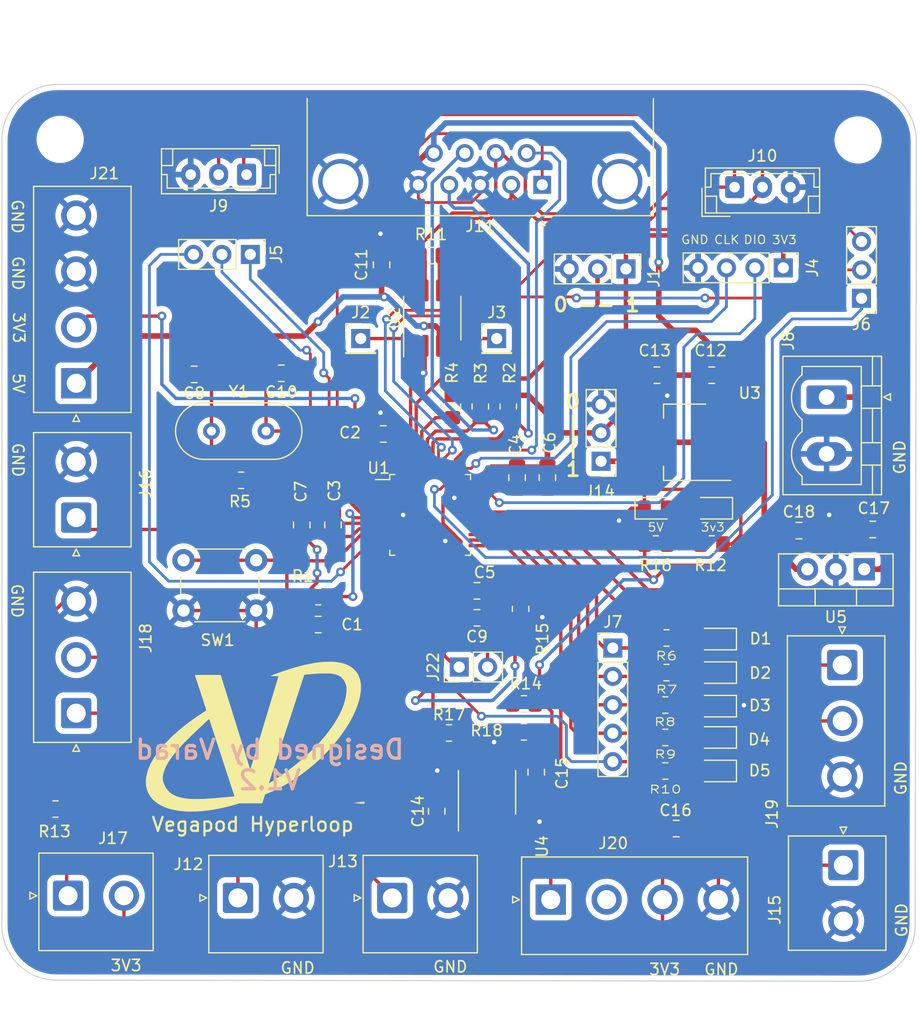
<source format=kicad_pcb>
(kicad_pcb (version 20211014) (generator pcbnew)
  (layers (0 "F.Cu" signal) (31 "B.Cu" signal) (34 "B.Paste" user) (35 "F.Paste" user) (36 "B.SilkS" user "B.Silkscreen") (37 "F.SilkS" user "F.Silkscreen") (38 "B.Mask" user) (39 "F.Mask" user) (44 "Edge.Cuts" user))
  (net 0 "")
  (net 1 "/RESET")
  (net 2 "GND")
  (net 3 "+3.3V")
  (net 4 "Net-(C8-Pad1)")
  (net 5 "/OSC_IN")
  (net 6 "+5V")
  (net 7 "Net-(C13-Pad1)")
  (net 8 "Net-(C15-Pad1)")
  (net 9 "Net-(D1-Pad2)")
  (net 10 "Net-(D2-Pad2)")
  (net 11 "Net-(D3-Pad2)")
  (net 12 "Net-(D4-Pad2)")
  (net 13 "Net-(D5-Pad2)")
  (net 14 "Net-(D6-Pad2)")
  (net 15 "Net-(J1-Pad2)")
  (net 16 "/CAN_Tx")
  (net 17 "/CAN_Rx")
  (net 18 "/SWDIO")
  (net 19 "/SWCLK")
  (net 20 "/c14")
  (net 21 "/c15")
  (net 22 "/a1")
  (net 23 "/SWO")
  (net 24 "/spi1_miso")
  (net 25 "/spi1_mosi")
  (net 26 "/led1")
  (net 27 "/led2")
  (net 28 "/led3")
  (net 29 "/led4")
  (net 30 "/led5")
  (net 31 "/CAN_H+")
  (net 32 "/CAN_L-")
  (net 33 "/MVCU_HBT")
  (net 34 "/I2C_SCL")
  (net 35 "/VCU_HBT")
  (net 36 "/I2C_SDA")
  (net 37 "/pressure_sense_2")
  (net 38 "/pressure_sense_1")
  (net 39 "/brk_motor1")
  (net 40 "/brk_motor2")
  (net 41 "/thermistor")
  (net 42 "/vesc1_Rx")
  (net 43 "/vesc1_Tx")
  (net 44 "/vesc2_Rx")
  (net 45 "/vesc2_Tx")
  (net 46 "/dist_adc")
  (net 47 "/dist_Serial")
  (net 48 "/BOOT0")
  (net 49 "/OSC_OUT")
  (net 50 "/volt_measure")
  (net 51 "/current_sense")
  (net 52 "/uart3_Tx")
  (net 53 "/uart3_Rx")
  (net 57 "+BATT")
  (net 58 "Net-(D7-Pad2)")
  (net 59 "Net-(R17-Pad1)")
  (footprint "Capacitor_SMD:C_0805_2012Metric_Pad1.18x1.45mm_HandSolder" (layer "F.Cu") (at 132.085 97.00025 180)
    (fp_text reference "C5")
    (fp_text value "100nF" hide)
  )
  (footprint "Capacitor_SMD:C_0805_2012Metric_Pad1.18x1.45mm_HandSolder" (layer "F.Cu") (at 148.185 77.71325)
    (fp_text reference "C13")
    (fp_text value "22uF" hide)
  )
  (footprint "Connector_PinHeader_2.54mm:PinHeader_1x05_P2.54mm_Vertical" (layer "F.Cu") (at 144.235 102.11325)
    (fp_text reference "J7")
    (fp_text value "Conn_01x05_Male" hide)
  )
  (footprint "Resistor_SMD:R_0805_2012Metric_Pad1.20x1.40mm_HandSolder" (layer "F.Cu") (at 148.085 92.81325 180)
    (fp_text reference "R16")
    (fp_text value "1.5k" hide)
  )
  (footprint "Capacitor_SMD:C_0805_2012Metric_Pad1.18x1.45mm_HandSolder" (layer "F.Cu") (at 137.385 113.21325 90)
    (fp_text reference "C15")
    (fp_text value "10uF" hide)
  )
  (footprint "Resistor_SMD:R_0805_2012Metric_Pad1.20x1.40mm_HandSolder" (layer "F.Cu") (at 148.935 113.11325 180)
    (fp_text reference "R10")
    (fp_text value "1.5k" hide)
  )
  (footprint "Capacitor_SMD:C_0805_2012Metric_Pad1.18x1.45mm_HandSolder" (layer "F.Cu") (at 114.585 77.54325 180)
    (fp_text reference "C10")
    (fp_text value "30pF" hide)
  )
  (footprint "Resistor_SMD:R_0805_2012Metric_Pad1.20x1.40mm_HandSolder" (layer "F.Cu") (at 132.385 80.51325 90)
    (fp_text reference "R3")
    (fp_text value "1.5k" hide)
  )
  (footprint "Connector_PinHeader_2.54mm:PinHeader_1x03_P2.54mm_Vertical" (layer "F.Cu") (at 166.485 70.83825 180)
    (fp_text reference "J6")
    (fp_text value "Conn_01x03_Male" hide)
  )
  (footprint "Resistor_SMD:R_0805_2012Metric_Pad1.20x1.40mm_HandSolder" (layer "F.Cu") (at 129.585 109.71325)
    (fp_text reference "R17")
    (fp_text value "1.5k" hide)
  )
  (footprint "Connector_JST:JST_NV_B02P-NV_1x02_P5.00mm_Vertical" (layer "F.Cu") (at 95.5075 124.26325)
    (fp_text reference "J17")
    (fp_text value "Conn_01x02_Male" hide)
  )
  (footprint "Resistor_SMD:R_0805_2012Metric_Pad1.20x1.40mm_HandSolder" (layer "F.Cu") (at 94.385 116.51325 180)
    (fp_text reference "R13")
    (fp_text value "1.5k" hide)
  )
  (footprint "Capacitor_SMD:C_0805_2012Metric_Pad1.18x1.45mm_HandSolder" (layer "F.Cu") (at 117.885 100.01325)
    (fp_text reference "C1")
    (fp_text value "100nF" hide)
  )
  (footprint "Connector_JST:JST_EH_B3B-EH-A_1x03_P2.50mm_Vertical" (layer "F.Cu") (at 155.125 60.89725)
    (fp_text reference "J10")
    (fp_text value "Conn_01x03_Male" hide)
  )
  (footprint "Connector_JST:JST_NV_B03P-NV_1x03_P5.00mm_Vertical" (layer "F.Cu") (at 96.235 107.94075 90)
    (fp_text reference "J18")
    (fp_text value "Conn_01x03_Male" hide)
  )
  (footprint "Resistor_SMD:R_0805_2012Metric_Pad1.20x1.40mm_HandSolder" (layer "F.Cu") (at 148.935 110.11325 180)
    (fp_text reference "R9")
    (fp_text value "1.5k" hide)
  )
  (footprint "Package_TO_SOT_SMD:SOT-223-3_TabPin2" (layer "F.Cu") (at 150.685 83.71325 180)
    (fp_text reference "U3")
    (fp_text value "AMS1117-3.3" hide)
  )
  (footprint "Capacitor_SMD:C_0805_2012Metric_Pad1.18x1.45mm_HandSolder" (layer "F.Cu") (at 119.2065 91.10075 90)
    (fp_text reference "C3")
    (fp_text value "100nF" hide)
  )
  (footprint "Resistor_SMD:R_0805_2012Metric_Pad1.20x1.40mm_HandSolder" (layer "F.Cu") (at 153.085 92.81325)
    (fp_text reference "R12")
    (fp_text value "1.5k" hide)
  )
  (footprint "Capacitor_SMD:C_0805_2012Metric_Pad1.18x1.45mm_HandSolder" (layer "F.Cu") (at 167.485 91.51325 180)
    (fp_text reference "C17")
    (fp_text value "22uF" hide)
  )
  (footprint "LED_SMD:LED_0805_2012Metric_Pad1.15x1.40mm_HandSolder" (layer "F.Cu") (at 153.435 110.11325 180)
    (fp_text reference "D4")
    (fp_text value "LED" hide)
  )
  (footprint "LED_SMD:LED_0805_2012Metric_Pad1.15x1.40mm_HandSolder" (layer "F.Cu") (at 153.435 107.31325 180)
    (fp_text reference "D3")
    (fp_text value "LED" hide)
  )
  (footprint "Capacitor_SMD:C_0805_2012Metric_Pad1.18x1.45mm_HandSolder" (layer "F.Cu") (at 116.4125 91.10075 90)
    (fp_text reference "C7")
    (fp_text value "100nF" hide)
  )
  (footprint "Connector_JST:JST_NV_B03P-NV_1x03_P5.00mm_Vertical" (layer "F.Cu") (at 164.757 103.63575 -90)
    (fp_text reference "J19")
    (fp_text value "Conn_01x03_Male" hide)
  )
  (footprint "Resistor_SMD:R_0805_2012Metric_Pad1.20x1.40mm_HandSolder" (layer "F.Cu") (at 127.985 67.01325)
    (fp_text reference "R11")
    (fp_text value "1.5k" hide)
  )
  (footprint "LED_SMD:LED_0805_2012Metric_Pad1.15x1.40mm_HandSolder" (layer "F.Cu") (at 153.435 104.31325 180)
    (fp_text reference "D2")
    (fp_text value "LED" hide)
  )
  (footprint "Package_SO:SOIC-8_3.9x4.9mm_P1.27mm" (layer "F.Cu") (at 132.985 115.01325 90)
    (fp_text reference "U4")
    (fp_text value "ACS712xLCTR-20A" hide)
  )
  (footprint "Package_TO_SOT_THT:TO-220-3_Vertical" (layer "F.Cu") (at 166.725 95.06825 180)
    (fp_text reference "U5")
    (fp_text value "LM7805_TO220" hide)
  )
  (footprint "Connector_PinHeader_2.54mm:PinHeader_1x03_P2.54mm_Vertical" (layer "F.Cu") (at 143.185 85.41325 180)
    (fp_text reference "J14")
    (fp_text value "Conn_01x03_Male" hide)
  )
  (footprint "Connector_PinHeader_2.54mm:PinHeader_1x03_P2.54mm_Vertical" (layer "F.Cu") (at 111.81 66.91325 -90)
    (fp_text reference "J5")
    (fp_text value "Conn_01x03_Male" hide)
  )
  (footprint "Capacitor_SMD:C_0805_2012Metric_Pad1.18x1.45mm_HandSolder" (layer "F.Cu") (at 149.9075 118.26325)
    (fp_text reference "C16")
    (fp_text value "10uF" hide)
  )
  (footprint "Connector_JST:JST_EH_B3B-EH-A_1x03_P2.50mm_Vertical" (layer "F.Cu") (at 111.477 59.77525 180)
    (fp_text reference "J9")
    (fp_text value "Conn_01x03_Male" hide)
  )
  (footprint "Connector_PinHeader_2.54mm:PinHeader_1x01_P2.54mm_Vertical" (layer "F.Cu") (at 133.85 74.43825)
    (fp_text reference "J3")
    (fp_text value "Conn_01x01_Male" hide)
  )
  (footprint "Connector_JST:JST_NV_B02P-NV_1x02_P5.00mm_Vertical" (layer "F.Cu") (at 110.7075 124.46325)
    (fp_text reference "J12")
    (fp_text value "Conn_01x02_Male" hide)
  )
  (footprint "MountingHole:MountingHole_3.2mm_M3" (layer "F.Cu") (at 94.8 56.625)
    (fp_text reference "REF**" hide)
    (fp_text value "MountingHole_3.2mm_M3" hide)
  )
  (footprint "Package_QFP:LQFP-48_7x7mm_P0.5mm" (layer "F.Cu") (at 127.9 90.20925)
    (fp_text reference "U1")
    (fp_text value "STM32F103C8Tx" hide)
  )
  (footprint "Button_Switch_THT:SW_PUSH_6mm_H5mm" (layer "F.Cu") (at 112.335 98.76325 180)
    (fp_text reference "SW1")
    (fp_text value "SW_Push" hide)
  )
  (footprint "Connector_JST:JST_NV_B02P-NV_1x02_P5.00mm_Vertical" (layer "F.Cu") (at 124.5075 124.46325)
    (fp_text reference "J13")
    (fp_text value "Conn_01x02_Male" hide)
  )
  (footprint "Resistor_SMD:R_0805_2012Metric_Pad1.20x1.40mm_HandSolder" (layer "F.Cu") (at 149.035 101.21325 180)
    (fp_text reference "R6")
    (fp_text value "1.5k" hide)
  )
  (footprint "Connector_JST:JST_NV_B04P-NV_1x04_P5.00mm_Vertical" (layer "F.Cu") (at 96.235 78.43675 90)
    (fp_text reference "J21")
    (fp_text value "Conn_01x04_Male" hide)
  )
  (footprint "Capacitor_SMD:C_0805_2012Metric_Pad1.18x1.45mm_HandSolder" (layer "F.Cu") (at 128.485 116.71325 90)
    (fp_text reference "C14")
    (fp_text value "10uF" hide)
  )
  (footprint "Capacitor_SMD:C_0805_2012Metric_Pad1.18x1.45mm_HandSolder" (layer "F.Cu") (at 138.385 86.87575 -90)
    (fp_text reference "C6")
    (fp_text value "100nF" hide)
  )
  (footprint "Connector_PinHeader_2.54mm:PinHeader_1x02_P2.54mm_Vertical" (layer "F.Cu") (at 130.495 103.81325 90)
    (fp_text reference "J22")
    (fp_text value "Conn_01x02_Male" hide)
  )
  (footprint "BluePill_slave:logo6" (layer "F.Cu") (at 112.025 110.02125)
    (fp_text reference "G***" hide)
    (fp_text value "LOGO" hide)
  )
  (footprint "Resistor_SMD:R_0805_2012Metric_Pad1.20x1.40mm_HandSolder" (layer "F.Cu") (at 136.285 107.11325 180)
    (fp_text reference "R14")
    (fp_text value "1.5k" hide)
  )
  (footprint "Resistor_SMD:R_0805_2012Metric_Pad1.20x1.40mm_HandSolder" (layer "F.Cu") (at 135.985 98.61325 -90)
    (fp_text reference "R15")
    (fp_text value "1.5k" hide)
  )
  (footprint "Connector_JST:JST_NV_B02P-NV_1x02_P5.00mm_Vertical" (layer "F.Cu") (at 164.857 121.53575 -90)
    (fp_text reference "J15")
    (fp_text value "Conn_01x02_Male" hide)
  )
  (footprint "Connector_PinHeader_2.54mm:PinHeader_1x03_P2.54mm_Vertical" (layer "F.Cu") (at 145.41 68.21325 -90)
    (fp_text reference "J1")
    (fp_text value "Conn_01x03_Male" hide)
  )
  (footprint "Connector_PinHeader_2.54mm:PinHeader_1x01_P2.54mm_Vertical" (layer "F.Cu") (at 121.685 74.43825)
    (fp_text reference "J2")
    (fp_text value "Conn_01x01_Male" hide)
  )
  (footprint "LED_SMD:LED_0805_2012Metric_Pad1.15x1.40mm_HandSolder" (layer "F.Cu") (at 153.435 113.11325 180)
    (fp_text reference "D5")
    (fp_text value "LED" hide)
  )
  (footprint "LED_SMD:LED_0805_2012Metric_Pad1.15x1.40mm_HandSolder" (layer "F.Cu") (at 153.085 89.61325 180)
    (fp_text reference "3v3")
    (fp_text value "LED" hide)
  )
  (footprint "Capacitor_SMD:C_0805_2012Metric_Pad1.18x1.45mm_HandSolder" (layer "F.Cu") (at 153.085 77.71325 180)
    (fp_text reference "C12")
    (fp_text value "22uF" hide)
  )
  (footprint "Capacitor_SMD:C_0805_2012Metric_Pad1.18x1.45mm_HandSolder" (layer "F.Cu") (at 106.785 77.64325 180)
    (fp_text reference "C8")
    (fp_text value "30pF" hide)
  )
  (footprint "Resistor_SMD:R_0805_2012Metric_Pad1.20x1.40mm_HandSolder" (layer "F.Cu") (at 134.885 80.51325 90)
    (fp_text reference "R2")
    (fp_text value "1.5k" hide)
  )
  (footprint "Resistor_SMD:R_0805_2012Metric_Pad1.20x1.40mm_HandSolder" (layer "F.Cu") (at 136.285 109.61325)
    (fp_text reference "R18")
    (fp_text value "1.5k" hide)
  )
  (footprint "LED_SMD:LED_0805_2012Metric_Pad1.15x1.40mm_HandSolder" (layer "F.Cu") (at 153.435 101.31325 180)
    (fp_text reference "D1")
    (fp_text value "LED" hide)
  )
  (footprint "Package_SO:SOIC-8_3.9x4.9mm_P1.27mm" (layer "F.Cu") (at 128.085 72.61325 90)
    (fp_text reference "U2")
    (fp_text value "MCP2551-I-SN" hide)
  )
  (footprint "Connector_JST:JST_NV_B02P-NV_1x02_P5.00mm_Vertical" (layer "F.Cu") (at 96.235 90.45475 90)
    (fp_text reference "J16")
    (fp_text value "Conn_01x02_Male" hide)
  )
  (footprint "LED_SMD:LED_0805_2012Metric_Pad1.15x1.40mm_HandSolder" (layer "F.Cu") (at 148.085 89.61325)
    (fp_text reference "5V")
    (fp_text value "LED" hide)
  )
  (footprint "Connector_JST:JST_NV_B04P-NV_1x04_P5.00mm_Vertical" (layer "F.Cu") (at 138.685 124.61325)
    (fp_text reference "J20")
    (fp_text value "Conn_01x04_Male" hide)
  )
  (footprint "Capacitor_SMD:C_0805_2012Metric_Pad1.18x1.45mm_HandSolder" (layer "F.Cu") (at 160.885 91.61325)
    (fp_text reference "C18")
    (fp_text value "22uF" hide)
  )
  (footprint "Capacitor_SMD:C_0805_2012Metric_Pad1.18x1.45mm_HandSolder" (layer "F.Cu") (at 123.709 82.97025)
    (fp_text reference "C2")
    (fp_text value "10uF" hide)
  )
  (footprint "Resistor_SMD:R_0805_2012Metric_Pad1.20x1.40mm_HandSolder" (layer "F.Cu") (at 129.885 80.51325 -90)
    (fp_text reference "R4")
    (fp_text value "10k" hide)
  )
  (footprint "Capacitor_SMD:C_0805_2012Metric_Pad1.18x1.45mm_HandSolder" (layer "F.Cu") (at 135.674 86.87575 -90)
    (fp_text reference "C4")
    (fp_text value "100nF" hide)
  )
  (footprint "Connector_Dsub:DSUB-9_Male_Horizontal_P2.77x2.84mm_EdgePinOffset4.94mm_Housed_MountingHolesOffset7.48mm" (layer "F.Cu") (at 137.92 60.68825 180)
    (fp_text reference "J11")
    (fp_text value "DB9_Male_MountingHoles")
  )
  (footprint "Resistor_SMD:R_0805_2012Metric_Pad1.20x1.40mm_HandSolder" (layer "F.Cu") (at 110.985 87.11325 180)
    (fp_text reference "R5")
    (fp_text value "10k" hide)
  )
  (footprint "Resistor_SMD:R_0805_2012Metric_Pad1.20x1.40mm_HandSolder" (layer "F.Cu") (at 149.035 104.31325 180)
    (fp_text reference "R7")
    (fp_text value "1.5k" hide)
  )
  (footprint "MountingHole:MountingHole_3.2mm_M3" (layer "F.Cu") (at 166.175 56.675)
    (fp_text reference "REF**" hide)
    (fp_text value "MountingHole_3.2mm_M3" hide)
  )
  (footprint "Capacitor_SMD:C_0805_2012Metric_Pad1.18x1.45mm_HandSolder" (layer "F.Cu") (at 132.085 99.41325 180)
    (fp_text reference "C9")
    (fp_text value "1uF" hide)
  )
  (footprint "Connector_Phoenix_MSTB:PhoenixContact_MSTBVA_2,5_2-G-5,08_1x02_P5.08mm_Vertical" (layer "F.Cu") (at 163.3625 79.67325 -90)
    (fp_text reference "J8")
    (fp_text value "Conn_01x02_Male" hide)
  )
  (footprint "Capacitor_SMD:C_0805_2012Metric_Pad1.18x1.45mm_HandSolder" (layer "F.Cu") (at 123.55 67.83825 -90)
    (fp_text reference "C11")
    (fp_text value "10uF" hide)
  )
  (footprint "Resistor_SMD:R_0805_2012Metric_Pad1.20x1.40mm_HandSolder" (layer "F.Cu") (at 117.885 97.51325)
    (fp_text reference "R1")
    (fp_text value "10k" hide)
  )
  (footprint "Connector_PinHeader_2.54mm:PinHeader_1x04_P2.54mm_Vertical" (layer "F.Cu") (at 159.485 68.11325 -90)
    (fp_text reference "J4")
    (fp_text value "Conn_01x04_Male" hide)
  )
  (footprint "Resistor_SMD:R_0805_2012Metric_Pad1.20x1.40mm_HandSolder" (layer "F.Cu") (at 148.935 107.21325 180)
    (fp_text reference "R8")
    (fp_text value "1.5k" hide)
  )
  (footprint "Crystal:Crystal_HC49-U_Vertical" (layer "F.Cu") (at 108.335 82.71325)
    (fp_text reference "Y1")
    (fp_text value "Crystal" hide)
  )
  (gr_line (start 89.585 56.71325) (end 89.585 126.91325) (layer "Edge.Cuts") (width 0.1))
  (gr_line (start 166.285 51.71325) (end 94.585 51.71325) (layer "Edge.Cuts") (width 0.1))
  (gr_arc (start 89.585 56.71325) (mid 91.049466 53.177716) (end 94.585 51.71325) (layer "Edge.Cuts") (width 0.1))
  (gr_line (start 94.485 131.81325) (end 166.285 131.91325) (layer "Edge.Cuts") (width 0.1))
  (gr_arc (start 166.285 51.71325) (mid 169.891245 53.207005) (end 171.385 56.81325) (layer "Edge.Cuts") (width 0.1))
  (gr_arc (start 94.485 131.81325) (mid 91.020177 130.378073) (end 89.585 126.91325) (layer "Edge.Cuts") (width 0.1))
  (gr_line (start 171.285 126.91325) (end 171.385 56.81325) (layer "Edge.Cuts") (width 0.1))
  (gr_arc (start 171.285 126.91325) (mid 169.820534 130.448784) (end 166.285 131.91325) (layer "Edge.Cuts") (width 0.1))
  (gr_text "Designed by Varad\nV1.2" (at 113.549 112.56125) (layer "B.SilkS") (effects (font (size 1.7 1.7) (thickness 0.3)) (justify mirror)))
  (gr_text "5V" (at 91.075 78.45 270) (layer "F.SilkS") (effects (font (size 1 1))))
  (gr_text "GND" (at 90.95 97.9 270) (layer "F.SilkS") (effects (font (size 1 1))))
  (gr_text "3V3" (at 100.7 130.5) (layer "F.SilkS") (effects (font (size 1 1))))
  (gr_text "GND" (at 129.7 130.625) (layer "F.SilkS") (effects (font (size 1 1))))
  (gr_text "0\n|\n|\n1" (at 140.685 83.11325) (layer "F.SilkS") (effects (font (size 1.25 1.3) (thickness 0.25))))
  (gr_text "3V3" (at 91.1 73.475 270) (layer "F.SilkS") (effects (font (size 1 1))))
  (gr_text "GND" (at 91.025 85.3 270) (layer "F.SilkS") (effects (font (size 1 1))))
  (gr_text "GND" (at 169.9 85.05 90) (layer "F.SilkS") (effects (font (size 1 1))))
  (gr_text "CLK" (at 154.425 65.6) (layer "F.SilkS") (effects (font (size 0.75 0.8) (thickness 0.1))))
  (gr_text "3V3" (at 159.585 65.61325) (layer "F.SilkS") (effects (font (size 0.75 0.8) (thickness 0.1))))
  (gr_text "0 -- 1" (at 142.785 71.41325) (layer "F.SilkS") (effects (font (size 1.25 1.3) (thickness 0.25))))
  (gr_text "GND" (at 170.075 126.45 90) (layer "F.SilkS") (effects (font (size 1 1))))
  (gr_text "GND" (at 151.575 65.6) (layer "F.SilkS") (effects (font (size 0.75 0.8) (thickness 0.1))))
  (gr_text "GND" (at 170 113.75 90) (layer "F.SilkS") (effects (font (size 1 1))))
  (gr_text "3V3" (at 148.875 130.85) (layer "F.SilkS") (effects (font (size 1 1))))
  (gr_text "Vegapod Hyperloop" (at 112.025 117.89525) (layer "F.SilkS") (effects (font (size 1.25 1.25) (thickness 0.2))))
  (gr_text "GND" (at 90.975 63.525 270) (layer "F.SilkS") (effects (font (size 1 1))))
  (gr_text "GND" (at 91.025 68.6 270) (layer "F.SilkS") (effects (font (size 1 1))))
  (gr_text "GND" (at 153.95 130.85) (layer "F.SilkS") (effects (font (size 1 1))))
  (gr_text "DIO" (at 156.95 65.6) (layer "F.SilkS") (effects (font (size 0.75 0.8) (thickness 0.1))))
  (gr_text "GND" (at 116.05 130.725) (layer "F.SilkS") (effects (font (size 1 1))))
  (segment (start 114.035 94.26325) (end 115.085 95.31325) (width 0.3) (layer "F.Cu") (net 1))
  (segment (start 115.085 99.21325) (end 115.885 100.01325) (width 0.3) (layer "F.Cu") (net 1))
  (segment (start 112.335 94.26325) (end 114.035 94.26325) (width 0.3) (layer "F.Cu") (net 1))
  (segment (start 115.9225 100.01325) (end 116.8475 100.01325) (width 0.3) (layer "F.Cu") (net 1))
  (segment (start 117.38575 98.75) (end 118.475 98.75) (width 0.3) (layer "F.Cu") (net 1))
  (segment (start 105.835 94.26325) (end 112.335 94.26325) (width 0.3) (layer "F.Cu") (net 1))
  (segment (start 121.071046 90.45925) (end 123.7375 90.45925) (width 0.3) (layer "F.Cu") (net 1))
  (segment (start 116.8475 99.28825) (end 117.38575 98.75) (width 0.3) (layer "F.Cu") (net 1))
  (segment (start 120.985 97.51325) (end 118.885 97.51325) (width 0.3) (layer "F.Cu") (net 1))
  (segment (start 116.8475 100.01325) (end 116.8475 99.28825) (width 0.3) (layer "F.Cu") (net 1))
  (segment (start 115.085 95.31325) (end 115.085 99.21325) (width 0.3) (layer "F.Cu") (net 1))
  (segment (start 120.703919 90.092123) (end 121.071046 90.45925) (width 0.3) (layer "F.Cu") (net 1))
  (segment (start 118.475 98.75) (end 118.775 98.45) (width 0.3) (layer "F.Cu") (net 1))
  (segment (start 118.775 98.45) (end 118.775 97.62325) (width 0.3) (layer "F.Cu") (net 1))
  (via (at 120.703919 90.092123) (size 0.8) (drill 0.4) (layers "F.Cu" "B.Cu") (net 1))
  (via (at 120.985 97.51325) (size 0.8) (drill 0.4) (layers "F.Cu" "B.Cu") (net 1))
  (segment (start 120.985 90.373204) (end 120.985 97.51325) (width 0.3) (layer "B.Cu") (net 1))
  (segment (start 120.703919 90.092123) (end 120.985 90.373204) (width 0.3) (layer "B.Cu") (net 1))
  (segment (start 105.7475 77.64325) (end 105.7475 75.91275) (width 0.3) (layer "F.Cu") (net 2))
  (segment (start 126.18 68.55025) (end 126.18 70.13825) (width 0.3) (layer "F.Cu") (net 2))
  (segment (start 115.6225 78.99175) (end 115.581 79.03325) (width 0.3) (layer "F.Cu") (net 2))
  (segment (start 153.0075 118.26325) (end 153.685 118.94075) (width 0.3) (layer "F.Cu") (net 2))
  (segment (start 119.235 90.06325) (end 120.131 90.95925) (width 0.3) (layer "F.Cu") (net 2))
  (segment (start 130.785 87.95925) (end 130.059 88.68525) (width 0.3) (layer "F.Cu") (net 2))
  (segment (start 154.46 101.31325) (end 154.46 104.31325) (width 0.3) (layer "F.Cu") (net 2))
  (segment (start 164.785 91.51325) (end 166.4475 91.51325) (width 0.5) (layer "F.Cu") (net 2))
  (segment (start 131.0475 97.00025) (end 131.0475 99.41325) (width 0.3) (layer "F.Cu") (net 2))
  (segment (start 126.84 61.84425) (end 127.265 62.26925) (width 0.25) (layer "F.Cu") (net 2))
  (segment (start 132.0625 87.95925) (end 130.785 87.95925) (width 0.3) (layer "F.Cu") (net 2))
  (segment (start 153.173 87.92325) (end 154.11 88.86025) (width 0.3) (layer "F.Cu") (net 2))
  (segment (start 163.685 91.61325) (end 164.185 92.11325) (width 0.5) (layer "F.Cu") (net 2))
  (segment (start 119.2065 90.06325) (end 119.235 90.06325) (width 0.3) (layer "F.Cu") (net 2))
  (segment (start 137.385 109.71325) (end 137.285 109.61325) (width 0.3) (layer "F.Cu") (net 2))
  (segment (start 125.485 90.20925) (end 124.735 90.95925) (width 0.3) (layer "F.Cu") (net 2))
  (segment (start 137.526 117.48825) (end 137.679 117.64125) (width 0.3) (layer "F.Cu") (net 2))
  (segment (start 153.835 86.01325) (end 154.11 86.28825) (width 0.3) (layer "F.Cu") (net 2))
  (segment (start 126.84 60.68825) (end 126.84 61.84425) (width 0.25) (layer "F.Cu") (net 2))
  (segment (start 131.583 62.26925) (end 132.38 61.47225) (width 0.25) (layer "F.Cu") (net 2))
  (segment (start 149.2225 79.42775) (end 149.109 79.54125) (width 0.5) (layer "F.Cu") (net 2))
  (segment (start 154.11 88.86025) (end 154.11 89.61325) (width 0.3) (layer "F.Cu") (net 2))
  (segment (start 128.485 115.67575) (end 128.485 113.11925) (width 0.3) (layer "F.Cu") (net 2))
  (segment (start 127.45 77.32425) (end 127.265 77.50925) (width 0.3) (layer "F.Cu") (net 2))
  (segment (start 132.0625 87.95925) (end 135.628 87.95925) (width 0.3) (layer "F.Cu") (net 2))
  (segment (start 162.183 91.61325) (end 163.587 90.20925) (width 0.5) (layer "F.Cu") (net 2))
  (segment (start 95.1495 97.94075) (end 96.235 97.94075) (width 0.3) (layer "F.Cu") (net 2))
  (segment (start 118.9225 100.01325) (end 118.9225 100.58375) (width 0.3) (layer "F.Cu") (net 2))
  (segment (start 154.46 107.31325) (end 155.881 107.31325) (width 0.3) (layer "F.Cu") (net 2))
  (segment (start 135.628 87.95925) (end 135.674 87.91325) (width 0.3) (layer "F.Cu") (net 2))
  (segment (start 130.15 94.37175) (end 130.15 93.438204) (width 0.3) (layer "F.Cu") (net 2))
  (segment (start 124.735 90.95925) (end 123.7375 90.95925) (width 0.3) (layer "F.Cu") (net 2))
  (segment (start 125.65 86.04675) (end 125.65 83.87375) (width 0.3) (layer "F.Cu") (net 2))
  (segment (start 114.819 75.47725) (end 115.6225 76.28075) (width 0.3) (layer "F.Cu") (net 2))
  (segment (start 130.15 96.10275) (end 131.0475 97.00025) (width 0.3) (layer "F.Cu") (net 2))
  (segment (start 113.549 102.14725) (end 112.335 100.93325) (width 0.3) (layer "F.Cu") (net 2))
  (segment (start 123.55 65.15825) (end 123.455 65.06325) (width 0.3) (layer "F.Cu") (net 2))
  (segment (start 134.89 112.53825) (end 137.0225 112.53825) (width 0.3) (layer "F.Cu") (net 2))
  (segment (start 127.45 75.08825) (end 127.45 77.32425) (width 0.3) (layer "F.Cu") (net 2))
  (segment (start 164.185 95.06825) (end 164.185 92.11325) (width 0.5) (layer "F.Cu") (net 2))
  (segment (start 127.265 62.26925) (end 131.583 62.26925) (width 0.25) (layer "F.Cu") (net 2))
  (segment (start 147.06 89.61325) (end 147.06 88.44825) (width 0.3) (layer "F.Cu") (net 2))
  (segment (start 93.385 116.51325) (end 92.975 116.10325) (width 0.3) (layer "F.Cu") (net 2))
  (segment (start 135.985 97.61325) (end 136.193 97.61325) (width 0.3) (layer "F.Cu") (net 2))
  (segment (start 106.183 75.47725) (end 114.819 75.47725) (width 0.3) (layer "F.Cu") (net 2))
  (segment (start 154.46 113.11325) (end 154.46 116.86225) (width 0.3) (layer "F.Cu") (net 2))
  (segment (start 105.835 98.76325) (end 112.335 98.76325) (width 0.3) (layer "F.Cu") (net 2))
  (segment (start 147.06 89.61325) (end 145.895 89.61325) (width 0.3) (layer "F.Cu") (net 2))
  (segment (start 92.975 116.10325) (end 92.975 100.11525) (width 0.3) (layer "F.Cu") (net 2))
  (segment (start 115.6225 77.54325) (end 115.6225 78.99175) (width 0.3) (layer "F.Cu") (net 2))
  (segment (start 120.131 90.95925) (end 123.7375 90.95925) (width 0.3) (layer "F.Cu") (net 2))
  (segment (start 92.975 100.11525) (end 95.1495 97.94075) (width 0.3) (layer "F.Cu") (net 2))
  (segment (start 123.55 66.80075) (end 124.4305 66.80075) (width 0.3) (layer "F.Cu") (net 2))
  (segment (start 155.881 107.31325) (end 155.967 107.22725) (width 0.3) (layer "F.Cu") (net 2))
  (segment (start 133.62 117.48825) (end 134.89 117.48825) (width 0.3) (layer "F.Cu") (net 2))
  (segment (start 123.55 66.80075) (end 123.55 65.15825) (width 0.3) (layer "F.Cu") (net 2))
  (segment (start 154.46 116.86225) (end 153.059 118.26325) (width 0.3) (layer "F.Cu") (net 2))
  (segment (start 153.059 118.26325) (end 152.043 118.26325) (width 0.3) (layer "F.Cu") (net 2))
  (segment (start 130.15 94.37175) (end 130.15 96.10275) (width 0.3) (layer "F.Cu") (net 2))
  (segment (start 137.385 112.17575) (end 137.385 109.71325) (width 0.3) (layer "F.Cu") (net 2))
  (segment (start 154.46 107.31325) (end 154.46 104.31325) (width 0.3) (layer "F.Cu") (net 2))
  (segment (start 115.6225 76.28075) (end 115.6225 77.54325) (width 0.3) (layer "F.Cu") (net 2))
  (segment (start 130.15 93.438204) (end 129.250399 92.538603) (width 0.3) (layer "F.Cu") (net 2))
  (segment (start 136.193 97.61325) (end 137.933 99.35325) (width 0.3) (layer "F.Cu") (net 2))
  (segment (start 154.46 113.11325) (end 154.46 110.11325) (width 0.3) (layer "F.Cu") (net 2))
  (segment (start 124.7465 82.97025) (end 124.7465 82.35675) (width 0.3) (layer "F.Cu") (net 2))
  (segment (start 112.335 100.93325) (end 112.335 98.76325) (width 0.3) (layer "F.Cu") (net 2))
  (segment (start 125.65 83.87375) (end 124.7465 82.97025) (width 0.3) (layer "F.Cu") (net 2))
  (segment (start 135.674 87.91325) (end 138.385 87.91325) (width 0.3) (layer "F.Cu") (net 2))
  (segment (start 150.945 118.26325) (end 152.043 118.26325) (width 0.3) (layer "F.Cu") (net 2))
  (segment (start 134.89 111.80425) (end 133.615 110.52925) (width 0.3) (layer "F.Cu") (net 2))
  (segment (start 132.38 61.47225) (end 132.38 60.68825) (width 0.25) (layer "F.Cu") (net 2))
  (segment (start 124.7465 82.35675) (end 123.455 81.06525) (width 0.3) (layer "F.Cu") (net 2))
  (segment (start 118.9225 100.58375) (end 117.359 102.14725) (width 0.3) (layer "F.Cu") (net 2))
  (segment (start 164.185 92.11325) (end 164.785 91.51325) (width 0.5) (layer "F.Cu") (net 2))
  (segment (start 134.89 117.48825) (end 137.526 117.48825) (width 0.3) (layer "F.Cu") (net 2))
  (segment (start 154.46 110.11325) (end 154.46 107.31325) (width 0.3) (layer "F.Cu") (net 2))
  (segment (start 124.4305 66.80075) (end 126.18 68.55025) (width 0.3) (layer "F.Cu") (net 2))
  (segment (start 161.9225 91.61325) (end 163.685 91.61325) (width 0.5) (layer "F.Cu") (net 2))
  (segment (start 147.585 87.92325) (end 153.173 87.92325) (width 0.3) (layer "F.Cu") (net 2))
  (segment (start 154.11 86.28825) (end 154.11 89.61325) (width 0.3) (layer "F.Cu") (net 2))
  (segment (start 153.685 118.94075) (end 153.685 124.61325) (width 0.3) (layer "F.Cu") (net 2))
  (segment (start 147.06 88.44825) (end 147.585 87.92325) (width 0.3) (layer "F.Cu") (net 2))
  (segment (start 161.9225 91.61325) (end 162.183 91.61325) (width 0.5) (layer "F.Cu") (net 2))
  (segment (start 149.2225 77.71325) (end 152.0475 77.71325) (width 0.5) (layer "F.Cu") (net 2))
  (segment (start 117.359 102.14725) (end 113.549 102.14725) (width 0.3) (layer "F.Cu") (net 2))
  (segment (start 137.0225 112.53825) (end 137.385 112.17575) (width 0.3) (layer "F.Cu") (net 2))
  (segment (start 105.7475 75.91275) (end 106.183 75.47725) (width 0.3) (layer "F.Cu") (net 2))
  (segment (start 134.89 112.53825) (end 134.89 111.80425) (width 0.3) (layer "F.Cu") (net 2))
  (segment (start 128.485 113.11925) (end 128.535 113.06925) (width 0.3) (layer "F.Cu") (net 2))
  (segment (start 152.043 118.26325) (end 153.0075 118.26325) (width 0.3) (layer "F.Cu") (net 2))
  (segment (start 116.4125 90.06325) (end 119.2065 90.06325) (width 0.3) (layer "F.Cu") (net 2))
  (segment (start 145.895 89.61325) (end 144.791 90.71725) (width 0.3) (layer "F.Cu") (net 2))
  (segment (start 149.2225 77.71325) (end 149.2225 79.42775) (width 0.5) (layer "F.Cu") (net 2))
  (via (at 115.581 79.03325) (size 0.8) (drill 0.4) (layers "F.Cu" "B.Cu") (net 2))
  (via (at 128.535 113.06925) (size 0.8) (drill 0.4) (layers "F.Cu" "B.Cu") (net 2))
  (via (at 137.679 117.64125) (size 0.8) (drill 0.4) (layers "F.Cu" "B.Cu") (net 2))
  (via (at 133.615 110.52925) (size 0.8) (drill 0.4) (layers "F.Cu" "B.Cu") (net 2))
  (via (at 144.791 90.71725) (size 0.8) (drill 0.4) (layers "F.Cu" "B.Cu") (net 2))
  (via (at 127.265 77.50925) (size 0.8) (drill 0.4) (layers "F.Cu" "B.Cu") (net 2))
  (via (at 137.933 99.35325) (size 0.8) (drill 0.4) (layers "F.Cu" "B.Cu") (net 2))
  (via (at 123.455 81.06525) (size 0.8) (drill 0.4) (layers "F.Cu" "B.Cu") (net 2))
  (via (at 149.109 79.54125) (size 0.8) (drill 0.4) (layers "F.Cu" "B.Cu") (net 2))
  (via (at 130.059 88.68525) (size 0.8) (drill 0.4) (layers "F.Cu" "B.Cu") (net 2))
  (via (at 125.485 90.20925) (size 0.8) (drill 0.4) (layers "F.Cu" "B.Cu") (net 2))
  (via (at 129.250399 92.538603) (size 0.8) (drill 0.4) (layers "F.Cu" "B.Cu") (net 2))
  (via (at 123.455 65.06325) (size 0.8) (drill 0.4) (layers "F.Cu" "B.Cu") (net 2))
  (via (at 163.587 90.20925) (size 0.8) (drill 0.4) (layers "F.Cu" "B.Cu") (net 2))
  (via (at 155.967 107.22725) (size 0.8) (drill 0.4) (layers "F.Cu" "B.Cu") (net 2))
  (segment (start 148.685 124.61325) (end 148.685 127.20925) (width 0.3) (layer "F.Cu") (net 3))
  (segment (start 134.885 79.51325) (end 136.685 79.51325) (width 0.5) (layer "F.Cu") (net 3))
  (segment (start 122.6715 85.19975) (end 122.6715 82.97025) (width 0.3) (layer "F.Cu") (net 3))
  (segment (start 133.36 85.83825) (end 135.674 85.83825) (width 0.3) (layer "F.Cu") (net 3))
  (segment (start 130.224339 87.45925) (end 129.043 88.640589) (width 0.3) (layer "F.Cu") (net 3))
  (segment (start 148.685 118.44825) (end 148.87 118.26325) (width 0.3) (layer "F.Cu") (net 3))
  (segment (start 122.6715 82.97025) (end 121.169 81.46775) (width 0.3) (layer "F.Cu") (net 3))
  (segment (start 141.435 118.26325) (end 148.87 118.26325) (width 0.3) (layer "F.Cu") (net 3))
  (segment (start 146.085 65.21325) (end 158.085 65.21325) (width 0.4) (layer "F.Cu") (net 3))
  (segment (start 148.685 127.20925) (end 148.093 127.80125) (width 0.3) (layer "F.Cu") (net 3))
  (segment (start 158.085 65.21325) (end 159.485 66.61325) (width 0.4) (layer "F.Cu") (net 3))
  (segment (start 117.785 93.31325) (end 116.61 92.13825) (width 0.3) (layer "F.Cu") (net 3))
  (segment (start 129.043 90.97125) (end 129.985 91.91325) (width 0.3) (layer "F.Cu") (net 3))
  (segment (start 103.897 72.42925) (end 97.2425 72.42925) (width 0.3) (layer "F.Cu") (net 3))
  (segment (start 136.685 96.11325) (end 139.585 99.01325) (width 0.3) (layer "F.Cu") (net 3))
  (segment (start 133.1225 95.85075) (end 133.1225 97.00025) (width 0.3) (layer "F.Cu") (net 3))
  (segment (start 120.86 92.13825) (end 121.539 91.45925) (width 0.3) (layer "F.Cu") (net 3))
  (segment (start 121.169 81.46775) (end 121.169 79.79525) (width 0.3) (layer "F.Cu") (net 3))
  (segment (start 116.61 92.13825) (end 116.4125 92.13825) (width 0.3) (layer "F.Cu") (net 3))
  (segment (start 125.15 86.04675) (end 123.5185 86.04675) (width 0.3) (layer "F.Cu") (net 3))
  (segment (start 117.785 96.2445) (end 116.885 97.1445) (width 0.3) (layer "F.Cu") (net 3))
  (segment (start 119.2065 92.13825) (end 120.86 92.13825) (width 0.3) (layer "F.Cu") (net 3))
  (segment (start 127.931 91.45925) (end 126.585 90.11325) (width 0.3) (layer "F.Cu") (net 3))
  (segment (start 139.585 116.41325) (end 141.435 118.26325) (width 0.3) (layer "F.Cu") (net 3))
  (segment (start 97.2425 72.42925) (end 96.235 73.43675) (width 0.3) (layer "F.Cu") (net 3))
  (segment (start 145.41 68.21325) (end 145.41 65.93825) (width 0.4) (layer "F.Cu") (net 3))
  (segment (start 148.093 127.80125) (end 101.357 127.80125) (width 0.3) (layer "F.Cu") (net 3))
  (segment (start 136.685 79.51325) (end 138.385 81.21325) (width 0.5) (layer "F.Cu") (net 3))
  (segment (start 138.385 84.21325) (end 138.385 84.51325) (width 0.5) (layer "F.Cu") (net 3))
  (segment (start 148.685 124.61325) (end 148.685 118.44825) (width 0.3) (layer "F.Cu") (net 3))
  (segment (start 123.5185 86.04675) (end 122.6715 85.19975) (width 0.3) (layer "F.Cu") (net 3))
  (segment (start 117.785 95.41325) (end 117.785 96.2445) (width 0.3) (layer "F.Cu") (net 3))
  (segment (start 126.585 88.21325) (end 125.685 87.31325) (width 0.3) (layer "F.Cu") (net 3))
  (segment (start 124.839 87.45925) (end 123.7375 87.45925) (width 0.3) (layer "F.Cu") (net 3))
  (segment (start 134.185 96.11325) (end 136.685 96.11325) (width 0.3) (layer "F.Cu") (net 3))
  (segment (start 130.059 91.98725) (end 130.65 92.57825) (width 0.3) (layer "F.Cu") (net 3))
  (segment (start 132.0625 87.45925) (end 132.0625 87.13575) (width 0.3) (layer "F.Cu") (net 3))
  (segment (start 125.15 86.04675) (end 125.15 87.14825) (width 0.3) (layer "F.Cu") (net 3))
  (segment (start 131.6435 94.37175) (end 133.085 95.81325) (width 0.3) (layer "F.Cu") (net 3))
  (segment (start 145.41 68.21325) (end 145.41 80.64825) (width 0.4) (layer "F.Cu") (net 3))
  (segment (start 100.5075 126.95175) (end 100.5075 124.26325) (width 0.3) (layer "F.Cu") (net 3))
  (segment (start 159.485 66.61325) (end 159.485 68.11325) (width 0.4) (layer "F.Cu") (net 3))
  (segment (start 127.931 91.45925) (end 129.531 91.45925) (width 0.3) (layer "F.Cu") (net 3))
  (segment (start 145.41 80.64825) (end 143.185 82.87325) (width 0.4) (layer "F.Cu") (net 3))
  (segment (start 133.1225 99.41325) (end 133.1225 97.00025) (width 0.3) (layer "F.Cu") (net 3))
  (segment (start 121.539 91.45925) (end 123.7375 91.45925) (width 0.3) (layer "F.Cu") (net 3))
  (segment (start 124.985 87.31325) (end 124.839 87.45925) (width 0.3) (layer "F.Cu") (net 3))
  (segment (start 133.1225 97.00025) (end 133.298 97.00025) (width 0.3) (layer "F.Cu") (net 3))
  (segment (start 125.685 87.31325) (end 124.985 87.31325) (width 0.3) (layer "F.Cu") (net 3))
  (segment (start 138.385 81.21325) (end 138.385 85.83825) (width 0.5) (layer "F.Cu") (net 3))
  (segment (start 132.385 79.51325) (end 134.885 79.51325) (width 0.5) (layer "F.Cu") (net 3))
  (segment (start 125.15 87.14825) (end 124.985 87.31325) (width 0.3) (layer "F.Cu") (net 3))
  (segment (start 132.0625 87.13575) (end 133.36 85.83825) (width 0.3) (layer "F.Cu") (net 3))
  (segment (start 132.0625 87.45925) (end 130.224339 87.45925) (width 0.3) (layer "F.Cu") (net 3))
  (segment (start 135.674 85.83825) (end 138.385 85.83825) (width 0.3) (layer "F.Cu") (net 3))
  (segment (start 138.385 85.83825) (end 138.385 84.51325) (width 0.3) (layer "F.Cu") (net 3))
  (segment (start 138.385 84.51325) (end 138.385 84.31325) (width 0.3) (layer "F.Cu") (net 3))
  (segment (start 133.298 97.00025) (end 134.185 96.11325) (width 0.3) (layer "F.Cu") (net 3))
  (segment (start 145.385 65.91325) (end 146.085 65.21325) (width 0.4) (layer "F.Cu") (net 3))
  (segment (start 143.185 82.87325) (end 139.725 82.87325) (width 0.5) (layer "F.Cu") (net 3))
  (segment (start 101.357 127.80125) (end 100.5075 126.95175) (width 0.3) (layer "F.Cu") (net 3))
  (segment (start 130.65 94.37175) (end 131.6435 94.37175) (width 0.3) (layer "F.Cu") (net 3))
  (segment (start 139.585 99.01325) (end 139.585 116.41325) (width 0.3) (layer "F.Cu") (net 3))
  (segment (start 123.7375 91.45925) (end 127.931 91.45925) (width 0.3) (layer "F.Cu") (net 3))
  (segment (start 126.585 90.11325) (end 126.585 88.21325) (width 0.3) (layer "F.Cu") (net 3))
  (segment (start 145.41 65.93825) (end 145.385 65.91325) (width 0.4) (layer "F.Cu") (net 3))
  (segment (start 129.043 88.640589) (end 129.043 90.97125) (width 0.3) (layer "F.Cu") (net 3))
  (segment (start 130.65 92.57825) (end 130.65 94.37175) (width 0.3) (layer "F.Cu") (net 3))
  (segment (start 139.725 82.87325) (end 138.385 84.21325) (width 0.5) (layer "F.Cu") (net 3))
  (segment (start 116.4125 92.13825) (end 119.2065 92.13825) (width 0.3) (layer "F.Cu") (net 3))
  (via (at 117.785 93.31325) (size 0.8) (drill 0.4) (layers "F.Cu" "B.Cu") (net 3))
  (via (at 117.785 95.41325) (size 0.8) (drill 0.4) (layers "F.Cu" "B.Cu") (net 3))
  (via (at 103.897 72.42925) (size 0.8) (drill 0.4) (layers "F.Cu" "B.Cu") (net 3))
  (via (at 121.169 79.79525) (size 0.8) (drill 0.4) (layers "F.Cu" "B.Cu") (net 3))
  (segment (start 103.897 78.52525) (end 105.167 79.79525) (width 0.3) (layer "B.Cu") (net 3))
  (segment (start 103.897 72.42925) (end 103.897 78.52525) (width 0.3) (layer "B.Cu") (net 3))
  (segment (start 117.785 93.31325) (end 117.785 95.41325) (width 0.3) (layer "B.Cu") (net 3))
  (segment (start 105.167 79.79525) (end 121.169 79.79525) (width 0.3) (layer "B.Cu") (net 3))
  (segment (start 107.8225 77.64325) (end 108.335 78.15575) (width 0.3) (layer "F.Cu") (net 4))
  (segment (start 108.335 78.15575) (end 108.335 82.71325) (width 0.3) (layer "F.Cu") (net 4))
  (segment (start 108.585 87.11325) (end 108.335 86.86325) (width 0.3) (layer "F.Cu") (net 4))
  (segment (start 108.335 86.86325) (end 108.335 82.71325) (width 0.3) (layer "F.Cu") (net 4))
  (segment (start 109.985 87.11325) (end 108.585 87.11325) (width 0.3) (layer "F.Cu") (net 4))
  (segment (start 113.215 77.87575) (end 113.215 82.71325) (width 0.3) (layer "F.Cu") (net 5))
  (segment (start 113.5475 77.54325) (end 113.215 77.87575) (width 0.3) (layer "F.Cu") (net 5))
  (segment (start 121.838106 89.45925) (end 115.092106 82.71325) (width 0.3) (layer "F.Cu") (net 5))
  (segment (start 115.092106 82.71325) (end 113.215 82.71325) (width 0.3) (layer "F.Cu") (net 5))
  (segment (start 123.7375 89.45925) (end 121.838106 89.45925) (width 0.3) (layer "F.Cu") (net 5))
  (segment (start 153.835 81.41325) (end 155.385 81.41325) (width 0.5) (layer "F.Cu") (net 6))
  (segment (start 157.785 91.01325) (end 158.385 91.61325) (width 0.5) (layer "F.Cu") (net 6))
  (segment (start 131.08 115.40825) (end 131.08 112.53825) (width 0.3) (layer "F.Cu") (net 6))
  (segment (start 128.72 73.64825) (end 128.72 75.08825) (width 0.5) (layer "F.Cu") (net 6))
  (segment (start 151.649 73.69925) (end 149.617 73.69925) (width 0.5) (layer "F.Cu") (net 6))
  (segment (start 130.8175 117.75075) (end 131.08 117.48825) (width 0.3) (layer "F.Cu") (net 6))
  (segment (start 153.835 81.41325) (end 153.835 78.00075) (width 0.5) (layer "F.Cu") (net 6))
  (segment (start 147.885 96.01325) (end 147.085 95.21325) (width 0.3) (layer "F.Cu") (net 6))
  (segment (start 138.785 107.81325) (end 138.785 115.01325) (width 0.3) (layer "F.Cu") (net 6))
  (segment (start 137.685 106.71325) (end 137.285 107.11325) (width 0.3) (layer "F.Cu") (net 6))
  (segment (start 128.385 73.31325) (end 128.72 73.64825) (width 0.5) (layer "F.Cu") (net 6))
  (segment (start 138.085 107.11325) (end 138.785 107.81325) (width 0.3) (layer "F.Cu") (net 6))
  (segment (start 131.385 115.71325) (end 131.08 115.40825) (width 0.3) (layer "F.Cu") (net 6))
  (segment (start 128.485 117.75075) (end 130.8175 117.75075) (width 0.3) (layer "F.Cu") (net 6))
  (segment (start 147.885 96.01325) (end 149.185 94.71325) (width 0.3) (layer "F.Cu") (net 6))
  (segment (start 138.785 115.01325) (end 138.085 115.71325) (width 0.3) (layer "F.Cu") (net 6))
  (segment (start 155.385 81.41325) (end 157.785 83.81325) (width 0.5) (layer "F.Cu") (net 6))
  (segment (start 158.385 91.61325) (end 159.8475 91.61325) (width 0.5) (layer "F.Cu") (net 6))
  (segment (start 123.55 70.47825) (end 123.785 70.71325) (width 0.5) (layer "F.Cu") (net 6))
  (segment (start 157.785 83.81325) (end 157.785 91.01325) (width 0.5) (layer "F.Cu") (net 6))
  (segment (start 117.867 72.93725) (end 116.597 74.20725) (width 0.5) (layer "F.Cu") (net 6))
  (segment (start 160.64 95.06825) (end 161.645 95.06825) (width 0.5) (layer "F.Cu") (net 6))
  (segment (start 116.597 74.20725) (end 100.4645 74.20725) (width 0.5) (layer "F.Cu") (net 6))
  (segment (start 153.835 78.00075) (end 154.1225 77.71325) (width 0.5) (layer "F.Cu") (net 6))
  (segment (start 132.685 115.71325) (end 131.385 115.71325) (width 0.3) (layer "F.Cu") (net 6))
  (segment (start 154.1225 77.71325) (end 154.1225 76.17275) (width 0.5) (layer "F.Cu") (net 6))
  (segment (start 149.185 94.71325) (end 156.185 94.71325) (width 0.3) (layer "F.Cu") (net 6))
  (segment (start 123.55 68.87575) (end 123.55 70.47825) (width 0.5) (layer "F.Cu") (net 6))
  (segment (start 149.617 73.69925) (end 148.347 72.42925) (width 0.5) (layer "F.Cu") (net 6))
  (segment (start 132.685 115.71325) (end 132.35 116.04825) (width 0.3) (layer "F.Cu") (net 6))
  (segment (start 138.085 115.71325) (end 132.685 115.71325) (width 0.3) (layer "F.Cu") (net 6))
  (segment (start 147.085 95.21325) (end 147.085 92.81325) (width 0.3) (layer "F.Cu") (net 6))
  (segment (start 154.1225 76.17275) (end 152.919 74.96925) (width 0.5) (layer "F.Cu") (net 6))
  (segment (start 131.08 117.48825) (end 132.35 117.48825) (width 0.3) (layer "F.Cu") (net 6))
  (segment (start 127.3355 73.31325) (end 128.385 73.31325) (width 0.5) (layer "F.Cu") (net 6))
  (segment (start 100.4645 74.20725) (end 96.235 78.43675) (width 0.5) (layer "F.Cu") (net 6))
  (segment (start 156.185 94.71325) (end 158.385 92.51325) (width 0.3) (layer "F.Cu") (net 6))
  (segment (start 159.8475 91.61325) (end 159.8475 94.27575) (width 0.5) (layer "F.Cu") (net 6))
  (segment (start 152.919 74.96925) (end 151.649 73.69925) (width 0.5) (layer "F.Cu") (net 6))
  (segment (start 137.285 107.11325) (end 138.085 107.11325) (width 0.3) (layer "F.Cu") (net 6))
  (segment (start 137.685 103.61325) (end 137.685 106.71325) (width 0.3) (layer "F.Cu") (net 6))
  (segment (start 122.2475 68.87575) (end 123.55 68.87575) (width 0.5) (layer "F.Cu") (net 6))
  (segment (start 121.085 67.71325) (end 122.2475 68.87575) (width 0.5) (layer "F.Cu") (net 6))
  (segment (start 159.8475 94.27575) (end 160.64 95.06825) (width 0.5) (layer "F.Cu") (net 6))
  (segment (start 148.347 72.42925) (end 148.347 67.60325) (width 0.5) (layer "F.Cu") (net 6))
  (segment (start 121.085 64.34) (end 121.085 67.71325) (width 0.5) (layer "F.Cu") (net 6))
  (segment (start 158.385 92.51325) (end 158.385 91.61325) (width 0.3) (layer "F.Cu") (net 6))
  (segment (start 128.225 57.84825) (end 127.57675 57.84825) (width 0.5) (layer "F.Cu") (net 6))
  (segment (start 127.57675 57.84825) (end 121.085 64.34) (width 0.5) (layer "F.Cu") (net 6))
  (segment (start 132.35 116.04825) (end 132.35 117.48825) (width 0.3) (layer "F.Cu") (net 6))
  (via (at 117.867 72.93725) (size 0.8) (drill 0.4) (layers "F.Cu" "B.Cu") (net 6))
  (via (at 123.785 70.71325) (size 0.8) (drill 0.4) (layers "F.Cu" "B.Cu") (net 6))
  (via (at 147.885 96.01325) (size 0.8) (drill 0.4) (layers "F.Cu" "B.Cu") (net 6))
  (via (at 148.347 67.60325) (size 0.8) (drill 0.4) (layers "F.Cu" "B.Cu") (net 6))
  (via (at 137.685 103.61325) (size 0.8) (drill 0.4) (layers "F.Cu" "B.Cu") (net 6))
  (via (at 127.3355 73.31325) (size 0.8) (drill 0.4) (layers "F.Cu" "B.Cu") (net 6))
  (segment (start 124.085 70.71325) (end 123.785 70.71325) (width 0.5) (layer "B.Cu") (net 6))
  (segment (start 129.297 55.15725) (end 128.225 56.22925) (width 0.5) (layer "B.Cu") (net 6))
  (segment (start 128.225 56.22925) (end 128.225 57.84825) (width 0.5) (layer "B.Cu") (net 6))
  (segment (start 148.347 57.44325) (end 146.061 55.15725) (width 0.5) (layer "B.Cu") (net 6))
  (segment (start 126.685 73.31325) (end 124.085 70.71325) (width 0.5) (layer "B.Cu") (net 6))
  (segment (start 120.091 70.71325) (end 123.785 70.71325) (width 0.5) (layer "B.Cu") (net 6))
  (segment (start 137.685 103.51325) (end 137.685 103.61325) (width 0.3) (layer "B.Cu") (net 6))
  (segment (start 146.061 55.15725) (end 129.297 55.15725) (width 0.5) (layer "B.Cu") (net 6))
  (segment (start 145.185 96.01325) (end 137.685 103.51325) (width 0.3) (layer "B.Cu") (net 6))
  (segment (start 148.347 67.60325) (end 148.347 57.44325) (width 0.5) (layer "B.Cu") (net 6))
  (segment (start 117.867 72.93725) (end 120.091 70.71325) (width 0.5) (layer "B.Cu") (net 6))
  (segment (start 127.3355 73.31325) (end 126.685 73.31325) (width 0.5) (layer "B.Cu") (net 6))
  (segment (start 147.885 96.01325) (end 145.185 96.01325) (width 0.3) (layer "B.Cu") (net 6))
  (segment (start 145.835 85.41325) (end 147.535 83.71325) (width 0.5) (layer "F.Cu") (net 7))
  (segment (start 154.685 83.71325) (end 153.835 83.71325) (width 0.3) (layer "F.Cu") (net 7))
  (segment (start 154.885 92.81325) (end 155.685 92.01325) (width 0.3) (layer "F.Cu") (net 7))
  (segment (start 155.685 92.01325) (end 155.685 84.71325) (width 0.3) (layer "F.Cu") (net 7))
  (segment (start 147.535 83.71325) (end 153.835 83.71325) (width 0.5) (layer "F.Cu") (net 7))
  (segment (start 154.085 92.81325) (end 154.885 92.81325) (width 0.3) (layer "F.Cu") (net 7))
  (segment (start 147.535 83.71325) (end 147.535 78.10075) (width 0.5) (layer "F.Cu") (net 7))
  (segment (start 143.185 85.41325) (end 145.835 85.41325) (width 0.5) (layer "F.Cu") (net 7))
  (segment (start 155.685 84.71325) (end 154.685 83.71325) (width 0.3) (layer "F.Cu") (net 7))
  (segment (start 147.535 78.10075) (end 147.1475 77.71325) (width 0.5) (layer "F.Cu") (net 7))
  (segment (start 133.62 114.04825) (end 133.8225 114.25075) (width 0.3) (layer "F.Cu") (net 8))
  (segment (start 133.8225 114.25075) (end 137.385 114.25075) (width 0.3) (layer "F.Cu") (net 8))
  (segment (start 133.62 112.53825) (end 133.62 114.04825) (width 0.3) (layer "F.Cu") (net 8))
  (segment (start 152.31 101.21325) (end 152.41 101.31325) (width 0.3) (layer "F.Cu") (net 9))
  (segment (start 150.035 101.21325) (end 152.31 101.21325) (width 0.3) (layer "F.Cu") (net 9))
  (segment (start 150.035 104.31325) (end 152.41 104.31325) (width 0.3) (layer "F.Cu") (net 10))
  (segment (start 149.935 107.21325) (end 152.31 107.21325) (width 0.3) (layer "F.Cu") (net 11))
  (segment (start 152.31 107.21325) (end 152.41 107.31325) (width 0.3) (layer "F.Cu") (net 11))
  (segment (start 149.935 110.11325) (end 152.41 110.11325) (width 0.3) (layer "F.Cu") (net 12))
  (segment (start 149.935 113.11325) (end 152.41 113.11325) (width 0.3) (layer "F.Cu") (net 13))
  (segment (start 152.085 92.81325) (end 152.085 89.63825) (width 0.3) (layer "F.Cu") (net 14))
  (segment (start 152.085 89.63825) (end 152.06 89.61325) (width 0.3) (layer "F.Cu") (net 14))
  (segment (start 130.685 78.01325) (end 129.885 78.81325) (width 0.4) (layer "F.Cu") (net 15))
  (segment (start 142.87 68.21325) (end 142.87 71.82825) (width 0.4) (layer "F.Cu") (net 15))
  (segment (start 142.87 71.82825) (end 136.685 78.01325) (width 0.4) (layer "F.Cu") (net 15))
  (segment (start 129.885 78.81325) (end 129.885 79.51325) (width 0.4) (layer "F.Cu") (net 15))
  (segment (start 136.685 78.01325) (end 130.685 78.01325) (width 0.4) (layer "F.Cu") (net 15))
  (segment (start 126.15 86.04675) (end 126.15 75.15825) (width 0.3) (layer "F.Cu") (net 16))
  (segment (start 121.685 74.43825) (end 125.53 74.43825) (width 0.3) (layer "F.Cu") (net 16))
  (segment (start 125.53 74.43825) (end 126.18 75.08825) (width 0.3) (layer "F.Cu") (net 16))
  (segment (start 129.99 76.90825) (end 129.99 75.08825) (width 0.3) (layer "F.Cu") (net 17))
  (segment (start 130.64 74.43825) (end 133.85 74.43825) (width 0.3) (layer "F.Cu") (net 17))
  (segment (start 126.65 86.04675) (end 126.65 80.24825) (width 0.3) (layer "F.Cu") (net 17))
  (segment (start 129.99 75.08825) (end 130.64 74.43825) (width 0.3) (layer "F.Cu") (net 17))
  (segment (start 126.65 80.24825) (end 129.99 76.90825) (width 0.3) (layer "F.Cu") (net 17))
  (segment (start 132.0625 88.45925) (end 133.431 88.45925) (width 0.25) (layer "F.Cu") (net 18))
  (segment (start 133.431 88.45925) (end 134.085 89.11325) (width 0.25) (layer "F.Cu") (net 18))
  (via (at 134.085 89.11325) (size 0.8) (drill 0.4) (layers "F.Cu" "B.Cu") (net 18))
  (segment (start 148.385 89.11325) (end 150.585 86.91325) (width 0.25) (layer "B.Cu") (net 18))
  (segment (start 156.945 72.65325) (end 156.945 68.11325) (width 0.25) (layer "B.Cu") (net 18))
  (segment (start 151.785 74.01325) (end 155.585 74.01325) (width 0.25) (layer "B.Cu") (net 18))
  (segment (start 150.585 86.91325) (end 150.585 75.21325) (width 0.25) (layer "B.Cu") (net 18))
  (segment (start 155.585 74.01325) (end 156.945 72.65325) (width 0.25) (layer "B.Cu") (net 18))
  (segment (start 150.585 75.21325) (end 151.785 74.01325) (width 0.25) (layer "B.Cu") (net 18))
  (segment (start 134.085 89.11325) (end 148.385 89.11325) (width 0.25) (layer "B.Cu") (net 18))
  (segment (start 131.5515 86.04675) (end 131.985 85.61325) (width 0.25) (layer "F.Cu") (net 19))
  (segment (start 130.65 86.04675) (end 131.5515 86.04675) (width 0.25) (layer "F.Cu") (net 19))
  (via (at 131.985 85.61325) (size 0.8) (drill 0.4) (layers "F.Cu" "B.Cu") (net 19))
  (segment (start 143.685 72.91325) (end 153.085 72.91325) (width 0.25) (layer "B.Cu") (net 19))
  (segment (start 131.985 85.61325) (end 132.46 85.13825) (width 0.25) (layer "B.Cu") (net 19))
  (segment (start 132.46 85.13825) (end 139.06 85.13825) (width 0.25) (layer "B.Cu") (net 19))
  (segment (start 153.085 72.91325) (end 154.405 71.59325) (width 0.25) (layer "B.Cu") (net 19))
  (segment (start 154.405 71.59325) (end 154.405 68.11325) (width 0.25) (layer "B.Cu") (net 19))
  (segment (start 140.485 83.71325) (end 140.485 76.11325) (width 0.25) (layer "B.Cu") (net 19))
  (segment (start 140.485 76.11325) (end 143.685 72.91325) (width 0.25) (layer "B.Cu") (net 19))
  (segment (start 139.06 85.13825) (end 140.485 83.71325) (width 0.25) (layer "B.Cu") (net 19))
  (segment (start 118.375 77.50925) (end 118.8605 77.99475) (width 0.25) (layer "F.Cu") (net 20))
  (segment (start 123.7125 88.43425) (end 123.7375 88.45925) (width 0.25) (layer "F.Cu") (net 20))
  (segment (start 122.57306 88.43425) (end 123.7125 88.43425) (width 0.25) (layer "F.Cu") (net 20))
  (segment (start 118.8605 77.99475) (end 118.8605 84.72169) (width 0.25) (layer "F.Cu") (net 20))
  (segment (start 118.8605 84.72169) (end 122.57306 88.43425) (width 0.25) (layer "F.Cu") (net 20))
  (via (at 118.375 77.50925) (size 0.8) (drill 0.4) (layers "F.Cu" "B.Cu") (net 20))
  (segment (start 118.375 75.70325) (end 111.81 69.13825) (width 0.25) (layer "B.Cu") (net 20))
  (segment (start 118.375 77.50925) (end 118.375 75.70325) (width 0.25) (layer "B.Cu") (net 20))
  (segment (start 111.81 69.13825) (end 111.81 66.91325) (width 0.25) (layer "B.Cu") (net 20))
  (segment (start 116.851 75.47725) (end 117.185 75.81125) (width 0.25) (layer "F.Cu") (net 21))
  (segment (start 122.331 88.95925) (end 123.7375 88.95925) (width 0.25) (layer "F.Cu") (net 21))
  (segment (start 117.185 83.81325) (end 122.331 88.95925) (width 0.25) (layer "F.Cu") (net 21))
  (segment (start 117.185 75.81125) (end 117.185 83.81325) (width 0.25) (layer "F.Cu") (net 21))
  (via (at 116.851 75.47725) (size 0.8) (drill 0.4) (layers "F.Cu" "B.Cu") (net 21))
  (segment (start 109.27 68.49825) (end 109.27 66.91325) (width 0.25) (layer "B.Cu") (net 21))
  (segment (start 116.851 75.47725) (end 116.249 75.47725) (width 0.25) (layer "B.Cu") (net 21))
  (segment (start 116.249 75.47725) (end 109.27 68.49825) (width 0.25) (layer "B.Cu") (net 21))
  (segment (start 123.7375 92.45925) (end 122.739 92.45925) (width 0.25) (layer "F.Cu") (net 22))
  (segment (start 122.739 92.45925) (end 119.885 95.31325) (width 0.25) (layer "F.Cu") (net 22))
  (via (at 119.885 95.31325) (size 0.8) (drill 0.4) (layers "F.Cu" "B.Cu") (net 22))
  (segment (start 104.51 96.13825) (end 102.785 94.41325) (width 0.25) (layer "B.Cu") (net 22))
  (segment (start 119.06 96.13825) (end 104.51 96.13825) (width 0.25) (layer "B.Cu") (net 22))
  (segment (start 102.785 94.41325) (end 102.785 67.91325) (width 0.25) (layer "B.Cu") (net 22))
  (segment (start 119.885 95.31325) (end 119.06 96.13825) (width 0.25) (layer "B.Cu") (net 22))
  (segment (start 103.785 66.91325) (end 106.73 66.91325) (width 0.25) (layer "B.Cu") (net 22))
  (segment (start 102.785 67.91325) (end 103.785 66.91325) (width 0.25) (layer "B.Cu") (net 22))
  (segment (start 129.65 86.04675) (end 129.65 87.06225) (width 0.25) (layer "F.Cu") (net 23))
  (segment (start 129.65 87.06225) (end 129.297 87.41525) (width 0.25) (layer "F.Cu") (net 23))
  (segment (start 128.789 87.92325) (end 128.281 87.92325) (width 0.25) (layer "F.Cu") (net 23))
  (segment (start 129.297 87.41525) (end 128.789 87.92325) (width 0.25) (layer "F.Cu") (net 23))
  (via (at 128.281 87.92325) (size 0.8) (drill 0.4) (layers "F.Cu" "B.Cu") (net 23))
  (segment (start 152.919 94.01925) (end 158.507 88.43125) (width 0.25) (layer "B.Cu") (net 23))
  (segment (start 160.285 72.68325) (end 165.619 72.68325) (width 0.25) (layer "B.Cu") (net 23))
  (segment (start 132.853 94.01925) (end 146.553695 94.01925) (width 0.25) (layer "B.Cu") (net 23))
  (segment (start 146.584695 93.98825) (end 147.185305 93.98825) (width 0.25) (layer "B.Cu") (net 23))
  (segment (start 158.507 88.43125) (end 158.507 74.46125) (width 0.25) (layer "B.Cu") (net 23))
  (segment (start 146.553695 94.01925) (end 146.584695 93.98825) (width 0.25) (layer "B.Cu") (net 23))
  (segment (start 165.619 72.68325) (end 166.485 71.81725) (width 0.25) (layer "B.Cu") (net 23))
  (segment (start 166.485 71.81725) (end 166.485 70.83825) (width 0.25) (layer "B.Cu") (net 23))
  (segment (start 128.281 89.44725) (end 132.853 94.01925) (width 0.25) (layer "B.Cu") (net 23))
  (segment (start 147.216305 94.01925) (end 152.919 94.01925) (width 0.25) (layer "B.Cu") (net 23))
  (segment (start 128.281 87.92325) (end 128.281 89.44725) (width 0.25) (layer "B.Cu") (net 23))
  (segment (start 158.507 74.46125) (end 160.285 72.68325) (width 0.25) (layer "B.Cu") (net 23))
  (segment (start 147.185305 93.98825) (end 147.216305 94.01925) (width 0.25) (layer "B.Cu") (net 23))
  (segment (start 124.635468 73.472129) (end 125.694347 72.41325) (width 0.25) (layer "F.Cu") (net 24))
  (segment (start 125.694347 72.41325) (end 132.285 72.41325) (width 0.25) (layer "F.Cu") (net 24))
  (segment (start 152.485 70.81325) (end 161.685 70.81325) (width 0.25) (layer "F.Cu") (net 24))
  (segment (start 129.15 85.14825) (end 129.885 84.41325) (width 0.25) (layer "F.Cu") (net 24))
  (segment (start 140.885 70.71325) (end 140.985 70.81325) (width 0.25) (layer "F.Cu") (net 24))
  (segment (start 132.285 72.41325) (end 133.985 70.71325) (width 0.25) (layer "F.Cu") (net 24))
  (segment (start 164.2 68.29825) (end 166.485 68.29825) (width 0.25) (layer "F.Cu") (net 24))
  (segment (start 133.985 70.71325) (end 140.885 70.71325) (width 0.25) (layer "F.Cu") (net 24))
  (segment (start 161.685 70.81325) (end 164.2 68.29825) (width 0.25) (layer "F.Cu") (net 24))
  (segment (start 129.15 86.04675) (end 129.15 85.14825) (width 0.25) (layer "F.Cu") (net 24))
  (via (at 152.485 70.81325) (size 0.8) (drill 0.4) (layers "F.Cu" "B.Cu") (net 24))
  (via (at 140.985 70.81325) (size 0.8) (drill 0.4) (layers "F.Cu" "B.Cu") (net 24))
  (via (at 124.635468 73.472129) (size 0.8) (drill 0.4) (layers "F.Cu" "B.Cu") (net 24))
  (via (at 129.885 84.41325) (size 0.8) (drill 0.4) (layers "F.Cu" "B.Cu") (net 24))
  (segment (start 124.635468 78.263718) (end 124.635468 73.472129) (width 0.25) (layer "B.Cu") (net 24))
  (segment (start 124.885 78.51325) (end 124.635468 78.263718) (width 0.25) (layer "B.Cu") (net 24))
  (segment (start 129.885 84.41325) (end 129.885 83.51325) (width 0.25) (layer "B.Cu") (net 24))
  (segment (start 140.985 70.81325) (end 152.485 70.81325) (width 0.25) (layer "B.Cu") (net 24))
  (segment (start 129.885 83.51325) (end 124.885 78.51325) (width 0.25) (layer "B.Cu") (net 24))
  (segment (start 128.65 84.41225) (end 128.65 86.04675) (width 0.25) (layer "F.Cu") (net 25))
  (segment (start 124.785 71.91325) (end 132.148604 71.91325) (width 0.25) (layer "F.Cu") (net 25))
  (segment (start 128.8995 84.16275) (end 128.65 84.41225) (width 0.25) (layer "F.Cu") (net 25))
  (segment (start 132.148604 71.91325) (end 133.798604 70.26325) (width 0.25) (layer "F.Cu") (net 25))
  (segment (start 165.415 64.68825) (end 166.485 65.75825) (width 0.25) (layer "F.Cu") (net 25))
  (segment (start 123.985 72.71325) (end 124.785 71.91325) (width 0.25) (layer "F.Cu") (net 25))
  (segment (start 133.798604 70.26325) (end 135.273 70.26325) (width 0.25) (layer "F.Cu") (net 25))
  (segment (start 143.968538 66.58725) (end 145.867538 64.68825) (width 0.25) (layer "F.Cu") (net 25))
  (segment (start 145.867538 64.68825) (end 165.415 64.68825) (width 0.25) (layer "F.Cu") (net 25))
  (segment (start 135.273 70.26325) (end 138.949 66.58725) (width 0.25) (layer "F.Cu") (net 25))
  (segment (start 138.949 66.58725) (end 143.968538 66.58725) (width 0.25) (layer "F.Cu") (net 25))
  (via (at 123.985 72.71325) (size 0.8) (drill 0.4) (layers "F.Cu" "B.Cu") (net 25))
  (via (at 128.8995 84.16275) (size 0.8) (drill 0.4) (layers "F.Cu" "B.Cu") (net 25))
  (segment (start 123.985 72.71325) (end 123.885 72.81325) (width 0.25) (layer "B.Cu") (net 25))
  (segment (start 123.885 72.81325) (end 123.885 79.11325) (width 0.25) (layer "B.Cu") (net 25))
  (segment (start 123.885 79.11325) (end 128.8995 84.12775) (width 0.25) (layer "B.Cu") (net 25))
  (segment (start 128.8995 84.12775) (end 128.8995 84.16275) (width 0.25) (layer "B.Cu") (net 25))
  (segment (start 147.135 102.11325) (end 148.035 101.21325) (width 0.3) (layer "F.Cu") (net 26))
  (segment (start 142.785 97.51325) (end 142.785 101.41325) (width 0.3) (layer "F.Cu") (net 26))
  (segment (start 136.731 91.45925) (end 142.785 97.51325) (width 0.3) (layer "F.Cu") (net 26))
  (segment (start 142.785 101.41325) (end 143.485 102.11325) (width 0.3) (layer "F.Cu") (net 26))
  (segment (start 144.235 102.11325) (end 147.135 102.11325) (width 0.3) (layer "F.Cu") (net 26))
  (segment (start 132.0625 91.45925) (end 136.731 91.45925) (width 0.3) (layer "F.Cu") (net 26))
  (segment (start 143.485 102.11325) (end 144.235 102.11325) (width 0.3) (layer "F.Cu") (net 26))
  (segment (start 144.235 104.65325) (end 147.695 104.65325) (width 0.3) (layer "F.Cu") (net 27))
  (segment (start 142.725 104.65325) (end 144.235 104.65325) (width 0.3) (layer "F.Cu") (net 27))
  (segment (start 132.0625 91.95925) (end 136.031 91.95925) (width 0.3) (layer "F.Cu") (net 27))
  (segment (start 136.031 91.95925) (end 141.985 97.91325) (width 0.3) (layer "F.Cu") (net 27))
  (segment (start 141.985 103.91325) (end 142.725 104.65325) (width 0.3) (layer "F.Cu") (net 27))
  (segment (start 147.695 104.65325) (end 148.035 104.31325) (width 0.3) (layer "F.Cu") (net 27))
  (segment (start 141.985 97.91325) (end 141.985 103.91325) (width 0.3) (layer "F.Cu") (net 27))
  (segment (start 135.331 92.45925) (end 141.185 98.31325) (width 0.3) (layer "F.Cu") (net 28))
  (segment (start 141.185 98.31325) (end 141.185 106.51325) (width 0.3) (layer "F.Cu") (net 28))
  (segment (start 141.865 107.19325) (end 144.235 107.19325) (width 0.3) (layer "F.Cu") (net 28))
  (segment (start 147.915 107.19325) (end 147.935 107.21325) (width 0.3) (layer "F.Cu") (net 28))
  (segment (start 132.0625 92.45925) (end 135.331 92.45925) (width 0.3) (layer "F.Cu") (net 28))
  (segment (start 141.185 106.51325) (end 141.865 107.19325) (width 0.3) (layer "F.Cu") (net 28))
  (segment (start 144.235 107.19325) (end 147.915 107.19325) (width 0.3) (layer "F.Cu") (net 28))
  (segment (start 140.485 109.21325) (end 141.005 109.73325) (width 0.3) (layer "F.Cu") (net 29))
  (segment (start 134.631 92.95925) (end 140.485 98.81325) (width 0.3) (layer "F.Cu") (net 29))
  (segment (start 140.485 98.81325) (end 140.485 109.21325) (width 0.3) (layer "F.Cu") (net 29))
  (segment (start 144.235 109.73325) (end 147.555 109.73325) (width 0.3) (layer "F.Cu") (net 29))
  (segment (start 132.0625 92.95925) (end 134.631 92.95925) (width 0.3) (layer "F.Cu") (net 29))
  (segment (start 141.005 109.73325) (end 144.235 109.73325) (width 0.3) (layer "F.Cu") (net 29))
  (segment (start 147.555 109.73325) (end 147.935 110.11325) (width 0.3) (layer "F.Cu") (net 29))
  (segment (start 128.625 94.39675) (end 128.625 104.35325) (width 0.25) (layer "F.Cu") (net 30))
  (segment (start 128.625 104.35325) (end 132.485 108.21325) (width 0.25) (layer "F.Cu") (net 30))
  (segment (start 128.65 94.37175) (end 128.625 94.39675) (width 0.25) (layer "F.Cu") (net 30))
  (segment (start 144.235 112.27325) (end 147.095 112.27325) (width 0.3) (layer "F.Cu") (net 30))
  (segment (start 147.095 112.27325) (end 147.935 113.11325) (width 0.3) (layer "F.Cu") (net 30))
  (via (at 132.485 108.21325) (size 0.8) (drill 0.4) (layers "F.Cu" "B.Cu") (net 30))
  (segment (start 140.085 111.81325) (end 140.545 112.27325) (width 0.25) (layer "B.Cu") (net 30))
  (segment (start 140.545 112.27325) (end 144.235 112.27325) (width 0.25) (layer "B.Cu") (net 30))
  (segment (start 139.285 108.21325) (end 140.085 109.01325) (width 0.25) (layer "B.Cu") (net 30))
  (segment (start 132.485 108.21325) (end 139.285 108.21325) (width 0.25) (layer "B.Cu") (net 30))
  (segment (start 140.085 109.01325) (end 140.085 111.81325) (width 0.25) (layer "B.Cu") (net 30))
  (segment (start 133.765 62.43325) (end 133.765 57.84825) (width 0.3) (layer "F.Cu") (net 31))
  (segment (start 134.274 57.84825) (end 133.765 57.84825) (width 0.3) (layer "F.Cu") (net 31))
  (segment (start 149.60275 60.89725) (end 147.21475 63.28525) (width 0.3) (layer "F.Cu") (net 31))
  (segment (start 111.223 59.52125) (end 111.223 54.94325) (width 0.3) (layer "F.Cu") (net 31))
  (segment (start 132.985 63.21325) (end 133.765 62.43325) (width 0.3) (layer "F.Cu") (net 31))
  (segment (start 111.771 54.39525) (end 153.69525 54.39525) (width 0.3) (layer "F.Cu") (net 31))
  (segment (start 136.409 61.76125) (end 136.409 59.98325) (width 0.3) (layer "F.Cu") (net 31))
  (segment (start 136.409 59.98325) (end 134.274 57.84825) (width 0.3) (layer "F.Cu") (net 31))
  (segment (start 137.933 63.28525) (end 136.409 61.76125) (width 0.3) (layer "F.Cu") (net 31))
  (segment (start 127.45 67.47825) (end 126.985 67.01325) (width 0.3) (layer "F.Cu") (net 31))
  (segment (start 129.885 63.21325) (end 132.985 63.21325) (width 0.3) (layer "F.Cu") (net 31))
  (segment (start 126.985 66.11325) (end 129.885 63.21325) (width 0.3) (layer "F.Cu") (net 31))
  (segment (start 155.125 55.825) (end 155.125 60.89725) (width 0.3) (layer "F.Cu") (net 31))
  (segment (start 127.45 70.13825) (end 127.45 67.47825) (width 0.3) (layer "F.Cu") (net 31))
  (segment (start 111.223 54.94325) (end 111.771 54.39525) (width 0.3) (layer "F.Cu") (net 31))
  (segment (start 126.985 67.01325) (end 126.985 66.11325) (width 0.3) (layer "F.Cu") (net 31))
  (segment (start 147.21475 63.28525) (end 137.933 63.28525) (width 0.3) (layer "F.Cu") (net 31))
  (segment (start 155.125 60.89725) (end 149.60275 60.89725) (width 0.3) (layer "F.Cu") (net 31))
  (segment (start 153.69525 54.39525) (end 155.125 55.825) (width 0.3) (layer "F.Cu") (net 31))
  (segment (start 111.477 59.77525) (end 111.223 59.52125) (width 0.3) (layer "F.Cu") (net 31))
  (segment (start 135.15 60.68825) (end 135.15 61.51825) (width 0.3) (layer "F.Cu") (net 32))
  (segment (start 128.72 70.13825) (end 128.72 67.27825) (width 0.3) (layer "F.Cu") (net 32))
  (segment (start 157.625 60.89725) (end 157.625 56.425) (width 0.3) (layer "F.Cu") (net 32))
  (segment (start 130.092106 63.71325) (end 133.285 63.71325) (width 0.3) (layer "F.Cu") (net 32))
  (segment (start 137.425 63.79325) (end 147.585 63.79325) (width 0.3) (layer "F.Cu") (net 32))
  (segment (start 108.977 56.17325) (end 108.977 59.77525) (width 0.3) (layer "F.Cu") (net 32))
  (segment (start 128.985 64.820356) (end 130.092106 63.71325) (width 0.3) (layer "F.Cu") (net 32))
  (segment (start 157.625 56.425) (end 155.08725 53.88725) (width 0.3) (layer "F.Cu") (net 32))
  (segment (start 155.08725 53.88725) (end 111.263 53.88725) (width 0.3) (layer "F.Cu") (net 32))
  (segment (start 133.285 63.71325) (end 135.15 61.84825) (width 0.3) (layer "F.Cu") (net 32))
  (segment (start 135.15 61.84825) (end 135.15 60.68825) (width 0.3) (layer "F.Cu") (net 32))
  (segment (start 111.263 53.88725) (end 108.977 56.17325) (width 0.3) (layer "F.Cu") (net 32))
  (segment (start 155.95 62.825) (end 157.625 61.15) (width 0.3) (layer "F.Cu") (net 32))
  (segment (start 148.55325 62.825) (end 155.95 62.825) (width 0.3) (layer "F.Cu") (net 32))
  (segment (start 157.625 60.89725) (end 157.641 60.88125) (width 0.3) (layer "F.Cu") (net 32))
  (segment (start 128.985 67.01325) (end 128.985 64.820356) (width 0.3) (layer "F.Cu") (net 32))
  (segment (start 128.72 67.27825) (end 128.985 67.01325) (width 0.3) (layer "F.Cu") (net 32))
  (segment (start 147.585 63.79325) (end 148.55325 62.825) (width 0.3) (layer "F.Cu") (net 32))
  (segment (start 157.625 61.15) (end 157.625 60.89725) (width 0.3) (layer "F.Cu") (net 32))
  (segment (start 135.15 61.51825) (end 137.425 63.79325) (width 0.3) (layer "F.Cu") (net 32))
  (segment (start 128.087 56.11325) (end 136.885 56.11325) (width 0.25) (layer "F.Cu") (net 33))
  (segment (start 122.931 87.95925) (end 119.585 84.61325) (width 0.25) (layer "F.Cu") (net 33))
  (segment (start 119.585 64.61525) (end 128.087 56.11325) (width 0.25) (layer "F.Cu") (net 33))
  (segment (start 136.885 56.11325) (end 137.92 57.14825) (width 0.25) (layer "F.Cu") (net 33))
  (segment (start 137.92 57.14825) (end 137.92 60.68825) (width 0.25) (layer "F.Cu") (net 33))
  (segment (start 123.7375 87.95925) (end 122.931 87.95925) (width 0.25) (layer "F.Cu") (net 33))
  (segment (start 119.585 84.61325) (end 119.585 64.61525) (width 0.25) (layer "F.Cu") (net 33))
  (segment (start 135.285 81.51325) (end 136.685 82.91325) (width 0.3) (layer "F.Cu") (net 34))
  (segment (start 134.885 81.51325) (end 135.285 81.51325) (width 0.3) (layer "F.Cu") (net 34))
  (segment (start 128.485 83.41325) (end 133.885 83.41325) (width 0.3) (layer "F.Cu") (net 34))
  (segment (start 128.15 83.74825) (end 128.485 83.41325) (width 0.3) (layer "F.Cu") (net 34))
  (segment (start 134.885 82.41325) (end 134.885 81.51325) (width 0.3) (layer "F.Cu") (net 34))
  (segment (start 133.885 83.41325) (end 134.885 82.41325) (width 0.3) (layer "F.Cu") (net 34))
  (segment (start 128.15 86.04675) (end 128.15 83.74825) (width 0.3) (layer "F.Cu") (net 34))
  (via (at 136.685 82.91325) (size 0.8) (drill 0.4) (layers "F.Cu" "B.Cu") (net 34))
  (segment (start 136.685 67.76325) (end 131.699 62.77725) (width 0.3) (layer "B.Cu") (net 34))
  (segment (start 131.699 62.77725) (end 130.059 62.77725) (width 0.3) (layer "B.Cu") (net 34))
  (segment (start 129.61 62.32825) (end 129.61 60.68825) (width 0.3) (layer "B.Cu") (net 34))
  (segment (start 136.685 82.91325) (end 136.685 67.76325) (width 0.3) (layer "B.Cu") (net 34))
  (segment (start 130.059 62.77725) (end 129.61 62.32825) (width 0.3) (layer "B.Cu") (net 34))
  (segment (start 130.15 85.243565) (end 130.980315 84.41325) (width 0.25) (layer "F.Cu") (net 35))
  (segment (start 130.15 86.04675) (end 130.15 85.243565) (width 0.25) (layer "F.Cu") (net 35))
  (segment (start 130.980315 84.41325) (end 136.985 84.41325) (width 0.25) (layer "F.Cu") (net 35))
  (via (at 136.985 84.41325) (size 0.8) (drill 0.4) (layers "F.Cu" "B.Cu") (net 35))
  (segment (start 138.72 57.84825) (end 136.535 57.84825) (width 0.25) (layer "B.Cu") (net 35))
  (segment (start 136.985 84.41325) (end 137.41 83.98825) (width 0.25) (layer "B.Cu") (net 35))
  (segment (start 137.41 83.98825) (end 137.41 64.08825) (width 0.25) (layer "B.Cu") (net 35))
  (segment (start 139.485 58.61325) (end 138.72 57.84825) (width 0.25) (layer "B.Cu") (net 35))
  (segment (start 139.485 62.01325) (end 139.485 58.61325) (width 0.25) (layer "B.Cu") (net 35))
  (segment (start 137.41 64.08825) (end 139.485 62.01325) (width 0.25) (layer "B.Cu") (net 35))
  (segment (start 127.65 86.04675) (end 127.65 83.44825) (width 0.3) (layer "F.Cu") (net 36))
  (segment (start 133.585 82.61325) (end 133.485 82.61325) (width 0.3) (layer "F.Cu") (net 36))
  (segment (start 127.65 83.44825) (end 128.385 82.71325) (width 0.3) (layer "F.Cu") (net 36))
  (segment (start 133.485 82.61325) (end 132.385 81.51325) (width 0.3) (layer "F.Cu") (net 36))
  (segment (start 128.385 82.71325) (end 131.185 82.71325) (width 0.3) (layer "F.Cu") (net 36))
  (segment (start 131.185 82.71325) (end 132.385 81.51325) (width 0.3) (layer "F.Cu") (net 36))
  (via (at 133.585 82.61325) (size 0.8) (drill 0.4) (layers "F.Cu" "B.Cu") (net 36))
  (segment (start 130.75 57.84825) (end 130.995 57.84825) (width 0.3) (layer "B.Cu") (net 36))
  (segment (start 131.685 82.61325) (end 128.085 79.01325) (width 0.3) (layer "B.Cu") (net 36))
  (segment (start 133.585 82.61325) (end 131.685 82.61325) (width 0.3) (layer "B.Cu") (net 36))
  (segment (start 128.085 79.01325) (end 128.085 60.51325) (width 0.3) (layer "B.Cu") (net 36))
  (segment (start 128.085 60.51325) (end 130.75 57.84825) (width 0.3) (layer "B.Cu") (net 36))
  (segment (start 110.7075 117.19075) (end 110.7075 124.46325) (width 0.3) (layer "F.Cu") (net 37))
  (segment (start 126.15 101.74825) (end 110.7075 117.19075) (width 0.3) (layer "F.Cu") (net 37))
  (segment (start 126.15 94.37175) (end 126.15 101.74825) (width 0.3) (layer "F.Cu") (net 37))
  (segment (start 126.65 102.94825) (end 122.885 106.71325) (width 0.3) (layer "F.Cu") (net 38))
  (segment (start 123.335 123.29075) (end 124.5075 124.46325) (width 0.3) (layer "F.Cu") (net 38))
  (segment (start 126.65 94.37175) (end 126.65 102.94825) (width 0.3) (layer "F.Cu") (net 38))
  (segment (start 122.885 106.71325) (end 122.885 122.71325) (width 0.3) (layer "F.Cu") (net 38))
  (segment (start 123.335 123.16325) (end 123.585 123.41325) (width 0.3) (layer "F.Cu") (net 38))
  (segment (start 123.335 123.16325) (end 123.335 123.29075) (width 0.3) (layer "F.Cu") (net 38))
  (segment (start 122.885 122.71325) (end 123.335 123.16325) (width 0.3) (layer "F.Cu") (net 38))
  (segment (start 137.531 90.95925) (end 145.985 99.41325) (width 0.3) (layer "F.Cu") (net 39))
  (segment (start 145.985 99.41325) (end 155.485 99.41325) (width 0.3) (layer "F.Cu") (net 39))
  (segment (start 132.0625 90.95925) (end 137.531 90.95925) (width 0.3) (layer "F.Cu") (net 39))
  (segment (start 161.312 121.44025) (end 161.312 121.45125) (width 0.3) (layer "F.Cu") (net 39))
  (segment (start 156.983 117.11125) (end 161.312 121.44025) (width 0.3) (layer "F.Cu") (net 39))
  (segment (start 155.485 99.41325) (end 156.983 100.91125) (width 0.3) (layer "F.Cu") (net 39))
  (segment (start 161.301 121.45125) (end 161.3855 121.53575) (width 0.3) (layer "F.Cu") (net 39))
  (segment (start 156.983 100.91125) (end 156.983 117.11125) (width 0.3) (layer "F.Cu") (net 39))
  (segment (start 161.3855 121.53575) (end 164.857 121.53575) (width 0.3) (layer "F.Cu") (net 39))
  (segment (start 119.392106 94.31325) (end 115.885 94.31325) (width 0.3) (layer "F.Cu") (net 40))
  (segment (start 123.7375 91.95925) (end 121.746106 91.95925) (width 0.3) (layer "F.Cu") (net 40))
  (segment (start 121.746106 91.95925) (end 119.392106 94.31325) (width 0.3) (layer "F.Cu") (net 40))
  (segment (start 97.2935 91.51325) (end 96.235 90.45475) (width 0.3) (layer "F.Cu") (net 40))
  (segment (start 113.085 91.51325) (end 97.2935 91.51325) (width 0.3) (layer "F.Cu") (net 40))
  (segment (start 115.885 94.31325) (end 113.085 91.51325) (width 0.3) (layer "F.Cu") (net 40))
  (segment (start 95.385 115.41325) (end 95.385 116.51325) (width 0.3) (layer "F.Cu") (net 41))
  (segment (start 96.485 114.31325) (end 95.385 115.41325) (width 0.3) (layer "F.Cu") (net 41))
  (segment (start 95.385 116.51325) (end 95.385 124.14075) (width 0.3) (layer "F.Cu") (net 41))
  (segment (start 125.65 99.44825) (end 110.785 114.31325) (width 0.3) (layer "F.Cu") (net 41))
  (segment (start 125.65 94.37175) (end 125.65 99.44825) (width 0.3) (layer "F.Cu") (net 41))
  (segment (start 95.385 124.14075) (end 95.5075 124.26325) (width 0.3) (layer "F.Cu") (net 41))
  (segment (start 110.785 114.31325) (end 96.485 114.31325) (width 0.3) (layer "F.Cu") (net 41))
  (segment (start 125.15 98.24825) (end 115.4575 107.94075) (width 0.3) (layer "F.Cu") (net 42))
  (segment (start 96.785 107.94075) (end 96.235 107.39075) (width 0.3) (layer "F.Cu") (net 42))
  (segment (start 125.15 94.37175) (end 125.15 98.24825) (width 0.3) (layer "F.Cu") (net 42))
  (segment (start 115.4575 107.94075) (end 96.785 107.94075) (width 0.3) (layer "F.Cu") (net 42))
  (segment (start 119.0575 102.94075) (end 96.235 102.94075) (width 0.3) (layer "F.Cu") (net 43))
  (segment (start 122.085 99.91325) (end 119.0575 102.94075) (width 0.3) (layer "F.Cu") (net 43))
  (segment (start 123.7375 92.95925) (end 122.085 94.61175) (width 0.3) (layer "F.Cu") (net 43))
  (segment (start 122.085 94.61175) (end 122.085 99.91325) (width 0.3) (layer "F.Cu") (net 43))
  (segment (start 162.571 103.63575) (end 164.757 103.63575) (width 0.3) (layer "F.Cu") (net 44))
  (segment (start 147.385 96.91325) (end 155.772 96.91325) (width 0.3) (layer "F.Cu") (net 44))
  (segment (start 155.772 96.91325) (end 162.4945 103.63575) (width 0.3) (layer "F.Cu") (net 44))
  (segment (start 140.431 89.95925) (end 147.385 96.91325) (width 0.3) (layer "F.Cu") (net 44))
  (segment (start 132.0625 89.95925) (end 140.431 89.95925) (width 0.3) (layer "F.Cu") (net 44))
  (segment (start 138.831 90.45925) (end 146.685 98.31325) (width 0.3) (layer "F.Cu") (net 45))
  (segment (start 157.985 107.35175) (end 159.269 108.63575) (width 0.3) (layer "F.Cu") (net 45))
  (segment (start 159.269 108.63575) (end 164.757 108.63575) (width 0.3) (layer "F.Cu") (net 45))
  (segment (start 157.985 100.41325) (end 157.985 107.35175) (width 0.3) (layer "F.Cu") (net 45))
  (segment (start 155.885 98.31325) (end 157.985 100.41325) (width 0.3) (layer "F.Cu") (net 45))
  (segment (start 132.0625 90.45925) (end 138.831 90.45925) (width 0.3) (layer "F.Cu") (net 45))
  (segment (start 146.685 98.31325) (end 155.885 98.31325) (width 0.3) (layer "F.Cu") (net 45))
  (segment (start 137.185 119.81325) (end 138.685 121.31325) (width 0.3) (layer "F.Cu") (net 46))
  (segment (start 138.685 121.31325) (end 138.685 124.61325) (width 0.3) (layer "F.Cu") (net 46))
  (segment (start 124.485 106.91325) (end 124.485 117.51325) (width 0.3) (layer "F.Cu") (net 46))
  (segment (start 124.485 117.51325) (end 126.785 119.81325) (width 0.3) (layer "F.Cu") (net 46))
  (segment (start 127.15 94.37175) (end 127.15 104.24825) (width 0.3) (layer "F.Cu") (net 46))
  (segment (start 126.785 119.81325) (end 137.185 119.81325) (width 0.3) (layer "F.Cu") (net 46))
  (segment (start 127.15 104.24825) (end 124.485 106.91325) (width 0.3) (layer "F.Cu") (net 46))
  (segment (start 127.15 86.04675) (end 127.15 82.74825) (width 0.3) (layer "F.Cu") (net 48))
  (segment (start 128.385 81.51325) (end 129.885 81.51325) (width 0.3) (layer "F.Cu") (net 48))
  (segment (start 127.15 82.74825) (end 128.385 81.51325) (width 0.3) (layer "F.Cu") (net 48))
  (segment (start 111.985 87.24325) (end 111.885 87.14325) (width 0.3) (layer "F.Cu") (net 49))
  (segment (start 123.7375 89.95925) (end 121.631 89.95925) (width 0.3) (layer "F.Cu") (net 49))
  (segment (start 111.985 87.91325) (end 111.985 87.24325) (width 0.3) (layer "F.Cu") (net 49))
  (segment (start 112.885 88.81325) (end 111.985 87.91325) (width 0.3) (layer "F.Cu") (net 49))
  (segment (start 120.485 88.81325) (end 112.885 88.81325) (width 0.3) (layer "F.Cu") (net 49))
  (segment (start 121.631 89.95925) (end 120.485 88.81325) (width 0.3) (layer "F.Cu") (net 49))
  (segment (start 127.65 105.74825) (end 126.585 106.81325) (width 0.3) (layer "F.Cu") (net 50))
  (segment (start 127.65 94.37175) (end 127.65 105.74825) (width 0.3) (layer "F.Cu") (net 50))
  (segment (start 135.485 100.11325) (end 135.985 99.61325) (width 0.3) (layer "F.Cu") (net 50))
  (segment (start 135.485 103.71325) (end 135.485 100.11325) (width 0.3) (layer "F.Cu") (net 50))
  (segment (start 136.485 100.11325) (end 135.985 99.61325) (width 0.3) (layer "F.Cu") (net 50))
  (segment (start 135.285 106.21325) (end 135.285 107.11325) (width 0.3) (layer "F.Cu") (net 50))
  (segment (start 136.485 105.01325) (end 136.485 100.11325) (width 0.3) (layer "F.Cu") (net 50))
  (segment (start 135.285 106.21325) (end 136.485 105.01325) (width 0.3) (layer "F.Cu") (net 50))
  (via (at 126.585 106.81325) (size 0.8) (drill 0.4) (layers "F.Cu" "B.Cu") (net 50))
  (via (at 135.485 103.71325) (size 0.8) (drill 0.4) (layers "F.Cu" "B.Cu") (net 50))
  (segment (start 126.585 106.81325) (end 133.485 106.81325) (width 0.3) (layer "B.Cu") (net 50))
  (segment (start 133.485 106.81325) (end 135.485 104.81325) (width 0.3) (layer "B.Cu") (net 50))
  (segment (start 135.485 104.81325) (end 135.485 103.71325) (width 0.3) (layer "B.Cu") (net 50))
  (segment (start 129.585 108.41325) (end 130.585 109.41325) (width 0.3) (layer "F.Cu") (net 51))
  (segment (start 128.15 94.37175) (end 128.15 107.87825) (width 0.3) (layer "F.Cu") (net 51))
  (segment (start 130.785 109.31325) (end 135.285 109.31325) (width 0.3) (layer "F.Cu") (net 51))
  (segment (start 128.685 108.41325) (end 129.585 108.41325) (width 0.3) (layer "F.Cu") (net 51))
  (segment (start 128.15 107.87825) (end 128.685 108.41325) (width 0.3) (layer "F.Cu") (net 51))
  (segment (start 129.15 102.77825) (end 130.185 103.81325) (width 0.3) (layer "F.Cu") (net 52))
  (segment (start 129.15 94.37175) (end 129.15 102.77825) (width 0.3) (layer "F.Cu") (net 52))
  (segment (start 130.185 103.81325) (end 130.495 103.81325) (width 0.3) (layer "F.Cu") (net 52))
  (segment (start 133.035 102.16325) (end 133.035 103.81325) (width 0.3) (layer "F.Cu") (net 53))
  (segment (start 130.585 101.51325) (end 132.385 101.51325) (width 0.3) (layer "F.Cu") (net 53))
  (segment (start 129.65 100.57825) (end 130.585 101.51325) (width 0.3) (layer "F.Cu") (net 53))
  (segment (start 129.65 94.37175) (end 129.65 100.57825) (width 0.3) (layer "F.Cu") (net 53))
  (segment (start 132.385 101.51325) (end 133.035 102.16325) (width 0.3) (layer "F.Cu") (net 53))
  (segment (start 168.5225 94.67575) (end 168.5225 91.51325) (width 0.5) (layer "F.Cu") (net 57))
  (segment (start 167.445 79.67325) (end 163.3625 79.67325) (width 0.5) (layer "F.Cu") (net 57))
  (segment (start 168.585 80.81325) (end 167.445 79.67325) (width 0.5) (layer "F.Cu") (net 57))
  (segment (start 168.5225 91.51325) (end 168.5225 80.87575) (width 0.5) (layer "F.Cu") (net 57))
  (segment (start 168.13 95.06825) (end 168.5225 94.67575) (width 0.5) (layer "F.Cu") (net 57))
  (segment (start 168.5225 80.87575) (end 168.585 80.81325) (width 0.5) (layer "F.Cu") (net 57))
  (segment (start 166.725 95.06825) (end 168.13 95.06825) (width 0.5) (layer "F.Cu") (net 57))
  (segment (start 149.085 92.81325) (end 149.085 89.63825) (width 0.3) (layer "F.Cu") (net 58))
  (segment (start 149.085 89.63825) (end 149.11 89.61325) (width 0.3) (layer "F.Cu") (net 58))
  (segment (start 131.985 111.01325) (end 132.35 111.37825) (width 0.3) (layer "F.Cu") (net 59))
  (segment (start 128.585 110.61325) (end 128.985 111.01325) (width 0.3) (layer "F.Cu") (net 59))
  (segment (start 132.35 111.37825) (end 132.35 112.53825) (width 0.3) (layer "F.Cu") (net 59))
  (segment (start 128.985 111.01325) (end 131.985 111.01325) (width 0.3) (layer "F.Cu") (net 59))
  (segment (start 128.585 109.71325) (end 128.585 110.61325) (width 0.3) (layer "F.Cu") (net 59))
  (zone (net 2) (net_name "GND") (layer "B.Cu") (connect_pads (clearance 0.508)) (min_thickness 0.254) (fill yes (thermal_gap 0.508) (thermal_bridge_width 0.508))
    (polygon (pts (xy 171.715 132.11925) (xy 89.419 132.11925) (xy 89.419 51.34725) (xy 171.715 51.34725)))
  )
)
</source>
